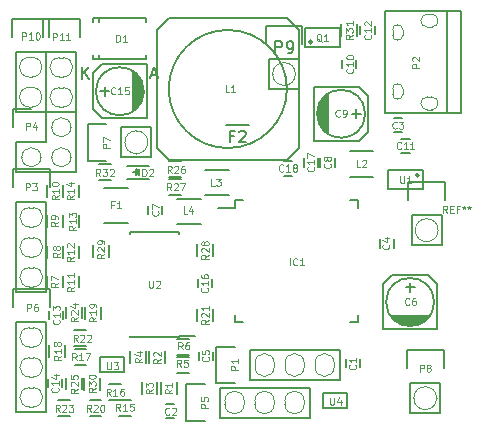
<source format=gbr>
G04 #@! TF.FileFunction,Drawing*
%FSLAX46Y46*%
G04 Gerber Fmt 4.6, Leading zero omitted, Abs format (unit mm)*
G04 Created by KiCad (PCBNEW 4.0.4-stable) date 05/09/17 17:15:03*
%MOMM*%
%LPD*%
G01*
G04 APERTURE LIST*
%ADD10C,0.100000*%
%ADD11C,0.150000*%
G04 APERTURE END LIST*
D10*
D11*
X103187500Y-122364500D02*
X103187500Y-123126500D01*
X102806500Y-122745500D02*
X103568500Y-122745500D01*
X105473500Y-122491500D02*
X105473500Y-126301500D01*
X101663500Y-121729500D02*
X104711500Y-121729500D01*
X105473500Y-122491500D02*
X104711500Y-121729500D01*
X100901500Y-122491500D02*
X100901500Y-126301500D01*
X100901500Y-122491500D02*
X101663500Y-121729500D01*
X103314500Y-126047500D02*
X103060500Y-126047500D01*
X102552500Y-125920500D02*
X103822500Y-125920500D01*
X104076500Y-125793500D02*
X102298500Y-125793500D01*
X104330500Y-125666500D02*
X102044500Y-125666500D01*
X101917500Y-125539500D02*
X104457500Y-125539500D01*
X104584500Y-125412500D02*
X101790500Y-125412500D01*
X101663500Y-125285500D02*
X104711500Y-125285500D01*
X101536500Y-125158500D02*
X104838500Y-125158500D01*
X100901500Y-126301500D02*
X105473500Y-126301500D01*
X105219500Y-124015500D02*
G75*
G03X105219500Y-124015500I-2032000J0D01*
G01*
X88398600Y-115398800D02*
X88398600Y-116068800D01*
X98748600Y-115398800D02*
X98748600Y-116068800D01*
X98748600Y-125748800D02*
X98748600Y-125078800D01*
X88398600Y-125748800D02*
X88398600Y-125078800D01*
X88398600Y-115398800D02*
X89068600Y-115398800D01*
X88398600Y-125748800D02*
X89068600Y-125748800D01*
X98748600Y-125748800D02*
X98078600Y-125748800D01*
X98748600Y-115398800D02*
X98078600Y-115398800D01*
X88398600Y-116068800D02*
X86923600Y-116068800D01*
X107512960Y-108046400D02*
X107512960Y-99346400D01*
X101107960Y-108046400D02*
X101107960Y-99346400D01*
X101107960Y-99346400D02*
X107512960Y-99346400D01*
X106282960Y-99346400D02*
X106282960Y-108046400D01*
X107512960Y-108046400D02*
X101107960Y-108046400D01*
X89598500Y-130619500D02*
X97218500Y-130619500D01*
X89598500Y-128079500D02*
X97218500Y-128079500D01*
X86778500Y-127799500D02*
X88328500Y-127799500D01*
X97218500Y-130619500D02*
X97218500Y-128079500D01*
X89598500Y-128079500D02*
X89598500Y-130619500D01*
X88328500Y-130899500D02*
X86778500Y-130899500D01*
X86778500Y-130899500D02*
X86778500Y-127799500D01*
X98974200Y-128859800D02*
X98974200Y-129559800D01*
X97774200Y-129559800D02*
X97774200Y-128859800D01*
X83230200Y-133873800D02*
X82530200Y-133873800D01*
X82530200Y-132673800D02*
X83230200Y-132673800D01*
X101821500Y-108429500D02*
X102521500Y-108429500D01*
X102521500Y-109629500D02*
X101821500Y-109629500D01*
X101819000Y-118712500D02*
X101819000Y-119412500D01*
X100619000Y-119412500D02*
X100619000Y-118712500D01*
X85315500Y-128912100D02*
X85315500Y-128212100D01*
X86515500Y-128212100D02*
X86515500Y-128912100D01*
X82197500Y-115855000D02*
X82197500Y-116555000D01*
X80997500Y-116555000D02*
X80997500Y-115855000D01*
X96802500Y-111854500D02*
X96802500Y-112554500D01*
X95602500Y-112554500D02*
X95602500Y-111854500D01*
X98996500Y-108077000D02*
X98234500Y-108077000D01*
X98615500Y-107696000D02*
X98615500Y-108458000D01*
X98869500Y-110363000D02*
X95059500Y-110363000D01*
X99631500Y-106553000D02*
X99631500Y-109601000D01*
X98869500Y-110363000D02*
X99631500Y-109601000D01*
X98869500Y-105791000D02*
X95059500Y-105791000D01*
X98869500Y-105791000D02*
X99631500Y-106553000D01*
X95313500Y-108204000D02*
X95313500Y-107950000D01*
X95440500Y-107442000D02*
X95440500Y-108712000D01*
X95567500Y-108966000D02*
X95567500Y-107188000D01*
X95694500Y-109220000D02*
X95694500Y-106934000D01*
X95821500Y-106807000D02*
X95821500Y-109347000D01*
X95948500Y-109474000D02*
X95948500Y-106680000D01*
X96075500Y-106553000D02*
X96075500Y-109601000D01*
X96202500Y-106426000D02*
X96202500Y-109728000D01*
X95059500Y-105791000D02*
X95059500Y-110363000D01*
X99377500Y-108077000D02*
G75*
G03X99377500Y-108077000I-2032000J0D01*
G01*
X98644000Y-103536000D02*
X98644000Y-104236000D01*
X97444000Y-104236000D02*
X97444000Y-103536000D01*
X102456500Y-110207500D02*
X103156500Y-110207500D01*
X103156500Y-111407500D02*
X102456500Y-111407500D01*
X72615500Y-125445000D02*
X72615500Y-124745000D01*
X73815500Y-124745000D02*
X73815500Y-125445000D01*
X72552000Y-131210800D02*
X72552000Y-130510800D01*
X73752000Y-130510800D02*
X73752000Y-131210800D01*
X76962000Y-106172000D02*
X77724000Y-106172000D01*
X77343000Y-106553000D02*
X77343000Y-105791000D01*
X77089000Y-103886000D02*
X80899000Y-103886000D01*
X76327000Y-107696000D02*
X76327000Y-104648000D01*
X77089000Y-103886000D02*
X76327000Y-104648000D01*
X77089000Y-108458000D02*
X80899000Y-108458000D01*
X77089000Y-108458000D02*
X76327000Y-107696000D01*
X80645000Y-106045000D02*
X80645000Y-106299000D01*
X80518000Y-106807000D02*
X80518000Y-105537000D01*
X80391000Y-105283000D02*
X80391000Y-107061000D01*
X80264000Y-105029000D02*
X80264000Y-107315000D01*
X80137000Y-107442000D02*
X80137000Y-104902000D01*
X80010000Y-104775000D02*
X80010000Y-107569000D01*
X79883000Y-107696000D02*
X79883000Y-104648000D01*
X79756000Y-107823000D02*
X79756000Y-104521000D01*
X80899000Y-108458000D02*
X80899000Y-103886000D01*
X80645000Y-106172000D02*
G75*
G03X80645000Y-106172000I-2032000J0D01*
G01*
X85252000Y-122778000D02*
X85252000Y-122078000D01*
X86452000Y-122078000D02*
X86452000Y-122778000D01*
X95405500Y-111854500D02*
X95405500Y-112554500D01*
X94205500Y-112554500D02*
X94205500Y-111854500D01*
X92487000Y-112112500D02*
X93187000Y-112112500D01*
X93187000Y-113312500D02*
X92487000Y-113312500D01*
X76813860Y-103477060D02*
X76813860Y-103126540D01*
X76813860Y-99976940D02*
X76813860Y-100327460D01*
X80863440Y-103477060D02*
X80863440Y-103126540D01*
X76362560Y-103477060D02*
X76362560Y-103126540D01*
X76362560Y-99976940D02*
X76362560Y-100327460D01*
X80863440Y-99976940D02*
X80863440Y-100327460D01*
X76362560Y-103477060D02*
X80863440Y-103477060D01*
X76362560Y-99976940D02*
X80863440Y-99976940D01*
X81110000Y-112480000D02*
X79210000Y-112480000D01*
X81110000Y-113580000D02*
X79210000Y-113580000D01*
X80210000Y-113030000D02*
X79760000Y-113030000D01*
X80260000Y-113280000D02*
X80260000Y-112780000D01*
X80260000Y-113030000D02*
X80010000Y-113280000D01*
X80010000Y-113280000D02*
X80010000Y-112780000D01*
X80010000Y-112780000D02*
X80260000Y-113030000D01*
X79308200Y-114349000D02*
X77308200Y-114349000D01*
X77308200Y-117299000D02*
X79308200Y-117299000D01*
X98072700Y-111243800D02*
X100072700Y-111243800D01*
X100072700Y-113393800D02*
X98072700Y-113393800D01*
X85868000Y-112844000D02*
X87868000Y-112844000D01*
X87868000Y-114994000D02*
X85868000Y-114994000D01*
X85455000Y-117407000D02*
X83455000Y-117407000D01*
X83455000Y-115257000D02*
X85455000Y-115257000D01*
X69850000Y-115570000D02*
X69850000Y-123190000D01*
X72390000Y-115570000D02*
X72390000Y-123190000D01*
X72670000Y-112750000D02*
X72670000Y-114300000D01*
X69850000Y-123190000D02*
X72390000Y-123190000D01*
X72390000Y-115570000D02*
X69850000Y-115570000D01*
X69570000Y-114300000D02*
X69570000Y-112750000D01*
X69570000Y-112750000D02*
X72670000Y-112750000D01*
X69570000Y-109220000D02*
X69570000Y-107670000D01*
X71120000Y-107670000D02*
X69570000Y-107670000D01*
X69850000Y-110490000D02*
X72390000Y-110490000D01*
X72390000Y-110490000D02*
X72390000Y-107950000D01*
X72390000Y-107950000D02*
X74930000Y-107950000D01*
X74930000Y-107950000D02*
X74930000Y-113030000D01*
X74930000Y-113030000D02*
X69850000Y-113030000D01*
X69850000Y-113030000D02*
X69850000Y-110490000D01*
X87058500Y-133794500D02*
X94678500Y-133794500D01*
X87058500Y-131254500D02*
X94678500Y-131254500D01*
X84238500Y-130974500D02*
X85788500Y-130974500D01*
X94678500Y-133794500D02*
X94678500Y-131254500D01*
X87058500Y-131254500D02*
X87058500Y-133794500D01*
X85788500Y-134074500D02*
X84238500Y-134074500D01*
X84238500Y-134074500D02*
X84238500Y-130974500D01*
X69850000Y-125730000D02*
X69850000Y-133350000D01*
X72390000Y-125730000D02*
X72390000Y-133350000D01*
X72670000Y-122910000D02*
X72670000Y-124460000D01*
X69850000Y-133350000D02*
X72390000Y-133350000D01*
X72390000Y-125730000D02*
X69850000Y-125730000D01*
X69570000Y-124460000D02*
X69570000Y-122910000D01*
X69570000Y-122910000D02*
X72670000Y-122910000D01*
X78740000Y-109220000D02*
X81280000Y-109220000D01*
X75920000Y-108940000D02*
X77470000Y-108940000D01*
X78740000Y-109220000D02*
X78740000Y-111760000D01*
X77470000Y-112040000D02*
X75920000Y-112040000D01*
X75920000Y-112040000D02*
X75920000Y-108940000D01*
X78740000Y-111760000D02*
X81280000Y-111760000D01*
X81280000Y-111760000D02*
X81280000Y-109220000D01*
X105740200Y-130886200D02*
X105740200Y-133426200D01*
X106020200Y-128066200D02*
X106020200Y-129616200D01*
X105740200Y-130886200D02*
X103200200Y-130886200D01*
X102920200Y-129616200D02*
X102920200Y-128066200D01*
X102920200Y-128066200D02*
X106020200Y-128066200D01*
X103200200Y-130886200D02*
X103200200Y-133426200D01*
X103200200Y-133426200D02*
X105740200Y-133426200D01*
X69799200Y-102857300D02*
X69799200Y-107937300D01*
X69799200Y-107937300D02*
X72339200Y-107937300D01*
X72339200Y-107937300D02*
X72339200Y-102857300D01*
X72619200Y-100037300D02*
X72619200Y-101587300D01*
X72339200Y-102857300D02*
X69799200Y-102857300D01*
X69519200Y-101587300D02*
X69519200Y-100037300D01*
X69519200Y-100037300D02*
X72619200Y-100037300D01*
X72390000Y-102870000D02*
X72390000Y-107950000D01*
X72390000Y-107950000D02*
X74930000Y-107950000D01*
X74930000Y-107950000D02*
X74930000Y-102870000D01*
X75210000Y-100050000D02*
X75210000Y-101600000D01*
X74930000Y-102870000D02*
X72390000Y-102870000D01*
X72110000Y-101600000D02*
X72110000Y-100050000D01*
X72110000Y-100050000D02*
X75210000Y-100050000D01*
X94899421Y-102000000D02*
G75*
G03X94899421Y-102000000I-141421J0D01*
G01*
X97258000Y-102400000D02*
X97258000Y-100800000D01*
X97258000Y-100800000D02*
X94258000Y-100800000D01*
X94258000Y-100800000D02*
X94258000Y-102400000D01*
X94258000Y-102400000D02*
X97258000Y-102400000D01*
X83428200Y-130818000D02*
X83428200Y-131818000D01*
X82078200Y-131818000D02*
X82078200Y-130818000D01*
X81113000Y-129201800D02*
X81113000Y-128201800D01*
X82463000Y-128201800D02*
X82463000Y-129201800D01*
X81802600Y-130818000D02*
X81802600Y-131818000D01*
X80452600Y-131818000D02*
X80452600Y-130818000D01*
X80862800Y-128201800D02*
X80862800Y-129201800D01*
X79512800Y-129201800D02*
X79512800Y-128201800D01*
X83434300Y-128649100D02*
X84434300Y-128649100D01*
X84434300Y-129999100D02*
X83434300Y-129999100D01*
X83434300Y-127175900D02*
X84434300Y-127175900D01*
X84434300Y-128525900D02*
X83434300Y-128525900D01*
X72426200Y-122775600D02*
X72426200Y-121775600D01*
X73776200Y-121775600D02*
X73776200Y-122775600D01*
X72426200Y-120261000D02*
X72426200Y-119261000D01*
X73776200Y-119261000D02*
X73776200Y-120261000D01*
X72426200Y-117670200D02*
X72426200Y-116670200D01*
X73776200Y-116670200D02*
X73776200Y-117670200D01*
X72426200Y-115130200D02*
X72426200Y-114130200D01*
X73776200Y-114130200D02*
X73776200Y-115130200D01*
X75173200Y-121775600D02*
X75173200Y-122775600D01*
X73823200Y-122775600D02*
X73823200Y-121775600D01*
X75173200Y-119261000D02*
X75173200Y-120261000D01*
X73823200Y-120261000D02*
X73823200Y-119261000D01*
X75173200Y-116670200D02*
X75173200Y-117670200D01*
X73823200Y-117670200D02*
X73823200Y-116670200D01*
X75173200Y-114130200D02*
X75173200Y-115130200D01*
X73823200Y-115130200D02*
X73823200Y-114130200D01*
X79570200Y-133669400D02*
X78570200Y-133669400D01*
X78570200Y-132319400D02*
X79570200Y-132319400D01*
X78732000Y-132348600D02*
X77732000Y-132348600D01*
X77732000Y-130998600D02*
X78732000Y-130998600D01*
X75785600Y-129351400D02*
X74785600Y-129351400D01*
X74785600Y-128001400D02*
X75785600Y-128001400D01*
X72629400Y-128668400D02*
X72629400Y-127668400D01*
X73979400Y-127668400D02*
X73979400Y-128668400D01*
X77002000Y-124468000D02*
X77002000Y-125468000D01*
X75652000Y-125468000D02*
X75652000Y-124468000D01*
X77055600Y-133669400D02*
X76055600Y-133669400D01*
X76055600Y-132319400D02*
X77055600Y-132319400D01*
X85177000Y-125595000D02*
X85177000Y-124595000D01*
X86527000Y-124595000D02*
X86527000Y-125595000D01*
X75747500Y-127738500D02*
X74747500Y-127738500D01*
X74747500Y-126388500D02*
X75747500Y-126388500D01*
X74414000Y-133669400D02*
X73414000Y-133669400D01*
X73414000Y-132319400D02*
X74414000Y-132319400D01*
X74064500Y-125404500D02*
X74064500Y-124404500D01*
X75414500Y-124404500D02*
X75414500Y-125404500D01*
X74051800Y-131411600D02*
X74051800Y-130411600D01*
X75401800Y-130411600D02*
X75401800Y-131411600D01*
X83812000Y-113451000D02*
X82812000Y-113451000D01*
X82812000Y-112101000D02*
X83812000Y-112101000D01*
X82812000Y-113625000D02*
X83812000Y-113625000D01*
X83812000Y-114975000D02*
X82812000Y-114975000D01*
X86501600Y-119134000D02*
X86501600Y-120134000D01*
X85151600Y-120134000D02*
X85151600Y-119134000D01*
X76350500Y-120197500D02*
X76350500Y-119197500D01*
X77700500Y-119197500D02*
X77700500Y-120197500D01*
X75575800Y-131462400D02*
X75575800Y-130462400D01*
X76925800Y-130462400D02*
X76925800Y-131462400D01*
X97381700Y-101515800D02*
X97381700Y-100515800D01*
X98731700Y-100515800D02*
X98731700Y-101515800D01*
X77843000Y-113705000D02*
X76843000Y-113705000D01*
X76843000Y-112355000D02*
X77843000Y-112355000D01*
X103947921Y-113265000D02*
G75*
G03X103947921Y-113265000I-141421J0D01*
G01*
X101306500Y-112865000D02*
X101306500Y-114465000D01*
X101306500Y-114465000D02*
X104306500Y-114465000D01*
X104306500Y-114465000D02*
X104306500Y-112865000D01*
X104306500Y-112865000D02*
X101306500Y-112865000D01*
X83609000Y-127005000D02*
X83609000Y-126890000D01*
X79459000Y-127005000D02*
X79459000Y-126890000D01*
X79459000Y-118105000D02*
X79459000Y-118220000D01*
X83609000Y-118105000D02*
X83609000Y-118220000D01*
X83609000Y-127005000D02*
X79459000Y-127005000D01*
X83609000Y-118105000D02*
X79459000Y-118105000D01*
X83609000Y-126890000D02*
X84984000Y-126890000D01*
X76962000Y-129971800D02*
X78994000Y-129971800D01*
X78994000Y-129971800D02*
X78994000Y-128701800D01*
X78994000Y-128701800D02*
X76962000Y-128701800D01*
X76962000Y-128701800D02*
X76962000Y-129971800D01*
X97866200Y-131749800D02*
X95834200Y-131749800D01*
X95834200Y-131749800D02*
X95834200Y-133019800D01*
X95834200Y-133019800D02*
X97866200Y-133019800D01*
X97866200Y-133019800D02*
X97866200Y-131749800D01*
X105867200Y-116662200D02*
X105867200Y-119202200D01*
X106147200Y-113842200D02*
X106147200Y-115392200D01*
X105867200Y-116662200D02*
X103327200Y-116662200D01*
X103047200Y-115392200D02*
X103047200Y-113842200D01*
X103047200Y-113842200D02*
X106147200Y-113842200D01*
X103327200Y-116662200D02*
X103327200Y-119202200D01*
X103327200Y-119202200D02*
X105867200Y-119202200D01*
X100180700Y-100665800D02*
X100180700Y-101365800D01*
X98980700Y-101365800D02*
X98980700Y-100665800D01*
X87569800Y-112015800D02*
X89569800Y-112015800D01*
X89569800Y-109065800D02*
X87569800Y-109065800D01*
X92758260Y-105981500D02*
G75*
G03X92758260Y-105981500I-5001260J0D01*
G01*
X87757000Y-99982020D02*
X92758260Y-99982020D01*
X92758260Y-99982020D02*
X93756480Y-100980240D01*
X93756480Y-100980240D02*
X93756480Y-110982760D01*
X93756480Y-110982760D02*
X92758260Y-111980980D01*
X92758260Y-111980980D02*
X82755740Y-111980980D01*
X82755740Y-111980980D02*
X81757520Y-110982760D01*
X81757520Y-110982760D02*
X81757520Y-100980240D01*
X81757520Y-100980240D02*
X82755740Y-99982020D01*
X82755740Y-99982020D02*
X87757000Y-99982020D01*
X93789500Y-103441500D02*
X93789500Y-105981500D01*
X94069500Y-100621500D02*
X94069500Y-102171500D01*
X93789500Y-103441500D02*
X91249500Y-103441500D01*
X90969500Y-102171500D02*
X90969500Y-100621500D01*
X90969500Y-100621500D02*
X94069500Y-100621500D01*
X91249500Y-103441500D02*
X91249500Y-105981500D01*
X91249500Y-105981500D02*
X93789500Y-105981500D01*
D10*
X102557960Y-106421400D02*
X102557960Y-105971400D01*
X101707960Y-106421400D02*
X101707960Y-105971400D01*
X102557960Y-105971400D02*
G75*
G03X101707960Y-105971400I-425000J0D01*
G01*
X101707960Y-106421400D02*
G75*
G03X102557960Y-106421400I425000J0D01*
G01*
X102557960Y-101421400D02*
X102557960Y-100971400D01*
X101707960Y-101421400D02*
X101707960Y-100971400D01*
X102557960Y-100971400D02*
G75*
G03X101707960Y-100971400I-425000J0D01*
G01*
X101707960Y-101421400D02*
G75*
G03X102557960Y-101421400I425000J0D01*
G01*
X105007960Y-106646400D02*
X104657960Y-106646400D01*
X105007960Y-107746400D02*
X104657960Y-107746400D01*
X104657960Y-106646400D02*
G75*
G03X104657960Y-107746400I0J-550000D01*
G01*
X105007960Y-107746400D02*
G75*
G03X105007960Y-106646400I0J550000D01*
G01*
X105007960Y-99646400D02*
X104657960Y-99646400D01*
X105007960Y-100746400D02*
X104657960Y-100746400D01*
X104657960Y-99646400D02*
G75*
G03X104657960Y-100746400I0J-550000D01*
G01*
X105007960Y-100746400D02*
G75*
G03X105007960Y-99646400I0J550000D01*
G01*
X91682100Y-129501900D02*
X91682100Y-129197100D01*
X90054900Y-129501900D02*
X90054900Y-129197100D01*
X91682100Y-129197100D02*
G75*
G03X90054900Y-129197100I-813600J0D01*
G01*
X90054900Y-129501900D02*
G75*
G03X91682100Y-129501900I813600J0D01*
G01*
X94222100Y-129501900D02*
X94222100Y-129197100D01*
X92594900Y-129501900D02*
X92594900Y-129197100D01*
X94222100Y-129197100D02*
G75*
G03X92594900Y-129197100I-813600J0D01*
G01*
X92594900Y-129501900D02*
G75*
G03X94222100Y-129501900I813600J0D01*
G01*
X96762100Y-129501900D02*
X96762100Y-129197100D01*
X95134900Y-129501900D02*
X95134900Y-129197100D01*
X96762100Y-129197100D02*
G75*
G03X95134900Y-129197100I-813600J0D01*
G01*
X95134900Y-129501900D02*
G75*
G03X96762100Y-129501900I813600J0D01*
G01*
X70967600Y-117653600D02*
X71272400Y-117653600D01*
X70967600Y-116026400D02*
X71272400Y-116026400D01*
X71272400Y-117653600D02*
G75*
G03X71272400Y-116026400I0J813600D01*
G01*
X70967600Y-116026400D02*
G75*
G03X70967600Y-117653600I0J-813600D01*
G01*
X70967600Y-120193600D02*
X71272400Y-120193600D01*
X70967600Y-118566400D02*
X71272400Y-118566400D01*
X71272400Y-120193600D02*
G75*
G03X71272400Y-118566400I0J813600D01*
G01*
X70967600Y-118566400D02*
G75*
G03X70967600Y-120193600I0J-813600D01*
G01*
X70967600Y-122733600D02*
X71272400Y-122733600D01*
X70967600Y-121106400D02*
X71272400Y-121106400D01*
X71272400Y-122733600D02*
G75*
G03X71272400Y-121106400I0J813600D01*
G01*
X70967600Y-121106400D02*
G75*
G03X70967600Y-122733600I0J-813600D01*
G01*
X72846400Y-109220000D02*
X72846400Y-109220000D01*
X74473600Y-109220000D02*
X74473600Y-109220000D01*
X72846400Y-109220000D02*
G75*
G03X74473600Y-109220000I813600J0D01*
G01*
X74473600Y-109220000D02*
G75*
G03X72846400Y-109220000I-813600J0D01*
G01*
X70306400Y-111760000D02*
X70306400Y-111760000D01*
X71933600Y-111760000D02*
X71933600Y-111760000D01*
X70306400Y-111760000D02*
G75*
G03X71933600Y-111760000I813600J0D01*
G01*
X71933600Y-111760000D02*
G75*
G03X70306400Y-111760000I-813600J0D01*
G01*
X72846400Y-111760000D02*
X72846400Y-111760000D01*
X74473600Y-111760000D02*
X74473600Y-111760000D01*
X72846400Y-111760000D02*
G75*
G03X74473600Y-111760000I813600J0D01*
G01*
X74473600Y-111760000D02*
G75*
G03X72846400Y-111760000I-813600J0D01*
G01*
X89142100Y-132676900D02*
X89142100Y-132372100D01*
X87514900Y-132676900D02*
X87514900Y-132372100D01*
X89142100Y-132372100D02*
G75*
G03X87514900Y-132372100I-813600J0D01*
G01*
X87514900Y-132676900D02*
G75*
G03X89142100Y-132676900I813600J0D01*
G01*
X91682100Y-132676900D02*
X91682100Y-132372100D01*
X90054900Y-132676900D02*
X90054900Y-132372100D01*
X91682100Y-132372100D02*
G75*
G03X90054900Y-132372100I-813600J0D01*
G01*
X90054900Y-132676900D02*
G75*
G03X91682100Y-132676900I813600J0D01*
G01*
X94222100Y-132676900D02*
X94222100Y-132372100D01*
X92594900Y-132676900D02*
X92594900Y-132372100D01*
X94222100Y-132372100D02*
G75*
G03X92594900Y-132372100I-813600J0D01*
G01*
X92594900Y-132676900D02*
G75*
G03X94222100Y-132676900I813600J0D01*
G01*
X70967600Y-127813600D02*
X71272400Y-127813600D01*
X70967600Y-126186400D02*
X71272400Y-126186400D01*
X71272400Y-127813600D02*
G75*
G03X71272400Y-126186400I0J813600D01*
G01*
X70967600Y-126186400D02*
G75*
G03X70967600Y-127813600I0J-813600D01*
G01*
X70967600Y-130353600D02*
X71272400Y-130353600D01*
X70967600Y-128726400D02*
X71272400Y-128726400D01*
X71272400Y-130353600D02*
G75*
G03X71272400Y-128726400I0J813600D01*
G01*
X70967600Y-128726400D02*
G75*
G03X70967600Y-130353600I0J-813600D01*
G01*
X70967600Y-132893600D02*
X71272400Y-132893600D01*
X70967600Y-131266400D02*
X71272400Y-131266400D01*
X71272400Y-132893600D02*
G75*
G03X71272400Y-131266400I0J813600D01*
G01*
X70967600Y-131266400D02*
G75*
G03X70967600Y-132893600I0J-813600D01*
G01*
X80010000Y-111456000D02*
X80010000Y-111456000D01*
X80010000Y-109524000D02*
X80010000Y-109524000D01*
X80010000Y-111456000D02*
G75*
G03X80010000Y-109524000I0J966000D01*
G01*
X80010000Y-109524000D02*
G75*
G03X80010000Y-111456000I0J-966000D01*
G01*
X103504200Y-132156200D02*
X103504200Y-132156200D01*
X105436200Y-132156200D02*
X105436200Y-132156200D01*
X103504200Y-132156200D02*
G75*
G03X105436200Y-132156200I966000J0D01*
G01*
X105436200Y-132156200D02*
G75*
G03X103504200Y-132156200I-966000J0D01*
G01*
X70916800Y-104940900D02*
X71221600Y-104940900D01*
X70916800Y-103313700D02*
X71221600Y-103313700D01*
X71221600Y-104940900D02*
G75*
G03X71221600Y-103313700I0J813600D01*
G01*
X70916800Y-103313700D02*
G75*
G03X70916800Y-104940900I0J-813600D01*
G01*
X70916800Y-107480900D02*
X71221600Y-107480900D01*
X70916800Y-105853700D02*
X71221600Y-105853700D01*
X71221600Y-107480900D02*
G75*
G03X71221600Y-105853700I0J813600D01*
G01*
X70916800Y-105853700D02*
G75*
G03X70916800Y-107480900I0J-813600D01*
G01*
X73507600Y-104953600D02*
X73812400Y-104953600D01*
X73507600Y-103326400D02*
X73812400Y-103326400D01*
X73812400Y-104953600D02*
G75*
G03X73812400Y-103326400I0J813600D01*
G01*
X73507600Y-103326400D02*
G75*
G03X73507600Y-104953600I0J-813600D01*
G01*
X73507600Y-107493600D02*
X73812400Y-107493600D01*
X73507600Y-105866400D02*
X73812400Y-105866400D01*
X73812400Y-107493600D02*
G75*
G03X73812400Y-105866400I0J813600D01*
G01*
X73507600Y-105866400D02*
G75*
G03X73507600Y-107493600I0J-813600D01*
G01*
X103631200Y-117932200D02*
X103631200Y-117932200D01*
X105563200Y-117932200D02*
X105563200Y-117932200D01*
X103631200Y-117932200D02*
G75*
G03X105563200Y-117932200I966000J0D01*
G01*
X105563200Y-117932200D02*
G75*
G03X103631200Y-117932200I-966000J0D01*
G01*
X91553500Y-104711500D02*
X91553500Y-104711500D01*
X93485500Y-104711500D02*
X93485500Y-104711500D01*
X91553500Y-104711500D02*
G75*
G03X93485500Y-104711500I966000J0D01*
G01*
X93485500Y-104711500D02*
G75*
G03X91553500Y-104711500I-966000J0D01*
G01*
X103125600Y-124217086D02*
X103097029Y-124245657D01*
X103011315Y-124274229D01*
X102954172Y-124274229D01*
X102868457Y-124245657D01*
X102811315Y-124188514D01*
X102782743Y-124131371D01*
X102754172Y-124017086D01*
X102754172Y-123931371D01*
X102782743Y-123817086D01*
X102811315Y-123759943D01*
X102868457Y-123702800D01*
X102954172Y-123674229D01*
X103011315Y-123674229D01*
X103097029Y-123702800D01*
X103125600Y-123731371D01*
X103639886Y-123674229D02*
X103525600Y-123674229D01*
X103468457Y-123702800D01*
X103439886Y-123731371D01*
X103382743Y-123817086D01*
X103354172Y-123931371D01*
X103354172Y-124159943D01*
X103382743Y-124217086D01*
X103411315Y-124245657D01*
X103468457Y-124274229D01*
X103582743Y-124274229D01*
X103639886Y-124245657D01*
X103668457Y-124217086D01*
X103697029Y-124159943D01*
X103697029Y-124017086D01*
X103668457Y-123959943D01*
X103639886Y-123931371D01*
X103582743Y-123902800D01*
X103468457Y-123902800D01*
X103411315Y-123931371D01*
X103382743Y-123959943D01*
X103354172Y-124017086D01*
X93025986Y-120908729D02*
X93025986Y-120308729D01*
X93654557Y-120851586D02*
X93625986Y-120880157D01*
X93540272Y-120908729D01*
X93483129Y-120908729D01*
X93397414Y-120880157D01*
X93340272Y-120823014D01*
X93311700Y-120765871D01*
X93283129Y-120651586D01*
X93283129Y-120565871D01*
X93311700Y-120451586D01*
X93340272Y-120394443D01*
X93397414Y-120337300D01*
X93483129Y-120308729D01*
X93540272Y-120308729D01*
X93625986Y-120337300D01*
X93654557Y-120365871D01*
X94225986Y-120908729D02*
X93883129Y-120908729D01*
X94054557Y-120908729D02*
X94054557Y-120308729D01*
X93997414Y-120394443D01*
X93940272Y-120451586D01*
X93883129Y-120480157D01*
X103979629Y-104189157D02*
X103379629Y-104189157D01*
X103379629Y-103960585D01*
X103408200Y-103903443D01*
X103436771Y-103874871D01*
X103493914Y-103846300D01*
X103579629Y-103846300D01*
X103636771Y-103874871D01*
X103665343Y-103903443D01*
X103693914Y-103960585D01*
X103693914Y-104189157D01*
X103436771Y-103617728D02*
X103408200Y-103589157D01*
X103379629Y-103532014D01*
X103379629Y-103389157D01*
X103408200Y-103332014D01*
X103436771Y-103303443D01*
X103493914Y-103274871D01*
X103551057Y-103274871D01*
X103636771Y-103303443D01*
X103979629Y-103646300D01*
X103979629Y-103274871D01*
X88612629Y-129779657D02*
X88012629Y-129779657D01*
X88012629Y-129551085D01*
X88041200Y-129493943D01*
X88069771Y-129465371D01*
X88126914Y-129436800D01*
X88212629Y-129436800D01*
X88269771Y-129465371D01*
X88298343Y-129493943D01*
X88326914Y-129551085D01*
X88326914Y-129779657D01*
X88612629Y-128865371D02*
X88612629Y-129208228D01*
X88612629Y-129036800D02*
X88012629Y-129036800D01*
X88098343Y-129093943D01*
X88155486Y-129151085D01*
X88184057Y-129208228D01*
X98563086Y-129335200D02*
X98591657Y-129363771D01*
X98620229Y-129449485D01*
X98620229Y-129506628D01*
X98591657Y-129592343D01*
X98534514Y-129649485D01*
X98477371Y-129678057D01*
X98363086Y-129706628D01*
X98277371Y-129706628D01*
X98163086Y-129678057D01*
X98105943Y-129649485D01*
X98048800Y-129592343D01*
X98020229Y-129506628D01*
X98020229Y-129449485D01*
X98048800Y-129363771D01*
X98077371Y-129335200D01*
X98620229Y-128763771D02*
X98620229Y-129106628D01*
X98620229Y-128935200D02*
X98020229Y-128935200D01*
X98105943Y-128992343D01*
X98163086Y-129049485D01*
X98191657Y-129106628D01*
X82805600Y-133513486D02*
X82777029Y-133542057D01*
X82691315Y-133570629D01*
X82634172Y-133570629D01*
X82548457Y-133542057D01*
X82491315Y-133484914D01*
X82462743Y-133427771D01*
X82434172Y-133313486D01*
X82434172Y-133227771D01*
X82462743Y-133113486D01*
X82491315Y-133056343D01*
X82548457Y-132999200D01*
X82634172Y-132970629D01*
X82691315Y-132970629D01*
X82777029Y-132999200D01*
X82805600Y-133027771D01*
X83034172Y-133027771D02*
X83062743Y-132999200D01*
X83119886Y-132970629D01*
X83262743Y-132970629D01*
X83319886Y-132999200D01*
X83348457Y-133027771D01*
X83377029Y-133084914D01*
X83377029Y-133142057D01*
X83348457Y-133227771D01*
X83005600Y-133570629D01*
X83377029Y-133570629D01*
X102058800Y-109281886D02*
X102030229Y-109310457D01*
X101944515Y-109339029D01*
X101887372Y-109339029D01*
X101801657Y-109310457D01*
X101744515Y-109253314D01*
X101715943Y-109196171D01*
X101687372Y-109081886D01*
X101687372Y-108996171D01*
X101715943Y-108881886D01*
X101744515Y-108824743D01*
X101801657Y-108767600D01*
X101887372Y-108739029D01*
X101944515Y-108739029D01*
X102030229Y-108767600D01*
X102058800Y-108796171D01*
X102258800Y-108739029D02*
X102630229Y-108739029D01*
X102430229Y-108967600D01*
X102515943Y-108967600D01*
X102573086Y-108996171D01*
X102601657Y-109024743D01*
X102630229Y-109081886D01*
X102630229Y-109224743D01*
X102601657Y-109281886D01*
X102573086Y-109310457D01*
X102515943Y-109339029D01*
X102344515Y-109339029D01*
X102287372Y-109310457D01*
X102258800Y-109281886D01*
X101382486Y-119149800D02*
X101411057Y-119178371D01*
X101439629Y-119264085D01*
X101439629Y-119321228D01*
X101411057Y-119406943D01*
X101353914Y-119464085D01*
X101296771Y-119492657D01*
X101182486Y-119521228D01*
X101096771Y-119521228D01*
X100982486Y-119492657D01*
X100925343Y-119464085D01*
X100868200Y-119406943D01*
X100839629Y-119321228D01*
X100839629Y-119264085D01*
X100868200Y-119178371D01*
X100896771Y-119149800D01*
X101039629Y-118635514D02*
X101439629Y-118635514D01*
X100811057Y-118778371D02*
X101239629Y-118921228D01*
X101239629Y-118549800D01*
X86117086Y-128674800D02*
X86145657Y-128703371D01*
X86174229Y-128789085D01*
X86174229Y-128846228D01*
X86145657Y-128931943D01*
X86088514Y-128989085D01*
X86031371Y-129017657D01*
X85917086Y-129046228D01*
X85831371Y-129046228D01*
X85717086Y-129017657D01*
X85659943Y-128989085D01*
X85602800Y-128931943D01*
X85574229Y-128846228D01*
X85574229Y-128789085D01*
X85602800Y-128703371D01*
X85631371Y-128674800D01*
X85574229Y-128131943D02*
X85574229Y-128417657D01*
X85859943Y-128446228D01*
X85831371Y-128417657D01*
X85802800Y-128360514D01*
X85802800Y-128217657D01*
X85831371Y-128160514D01*
X85859943Y-128131943D01*
X85917086Y-128103371D01*
X86059943Y-128103371D01*
X86117086Y-128131943D01*
X86145657Y-128160514D01*
X86174229Y-128217657D01*
X86174229Y-128360514D01*
X86145657Y-128417657D01*
X86117086Y-128446228D01*
X81849886Y-116330400D02*
X81878457Y-116358971D01*
X81907029Y-116444685D01*
X81907029Y-116501828D01*
X81878457Y-116587543D01*
X81821314Y-116644685D01*
X81764171Y-116673257D01*
X81649886Y-116701828D01*
X81564171Y-116701828D01*
X81449886Y-116673257D01*
X81392743Y-116644685D01*
X81335600Y-116587543D01*
X81307029Y-116501828D01*
X81307029Y-116444685D01*
X81335600Y-116358971D01*
X81364171Y-116330400D01*
X81307029Y-116130400D02*
X81307029Y-115730400D01*
X81907029Y-115987543D01*
X96429486Y-112291800D02*
X96458057Y-112320371D01*
X96486629Y-112406085D01*
X96486629Y-112463228D01*
X96458057Y-112548943D01*
X96400914Y-112606085D01*
X96343771Y-112634657D01*
X96229486Y-112663228D01*
X96143771Y-112663228D01*
X96029486Y-112634657D01*
X95972343Y-112606085D01*
X95915200Y-112548943D01*
X95886629Y-112463228D01*
X95886629Y-112406085D01*
X95915200Y-112320371D01*
X95943771Y-112291800D01*
X96143771Y-111948943D02*
X96115200Y-112006085D01*
X96086629Y-112034657D01*
X96029486Y-112063228D01*
X96000914Y-112063228D01*
X95943771Y-112034657D01*
X95915200Y-112006085D01*
X95886629Y-111948943D01*
X95886629Y-111834657D01*
X95915200Y-111777514D01*
X95943771Y-111748943D01*
X96000914Y-111720371D01*
X96029486Y-111720371D01*
X96086629Y-111748943D01*
X96115200Y-111777514D01*
X96143771Y-111834657D01*
X96143771Y-111948943D01*
X96172343Y-112006085D01*
X96200914Y-112034657D01*
X96258057Y-112063228D01*
X96372343Y-112063228D01*
X96429486Y-112034657D01*
X96458057Y-112006085D01*
X96486629Y-111948943D01*
X96486629Y-111834657D01*
X96458057Y-111777514D01*
X96429486Y-111748943D01*
X96372343Y-111720371D01*
X96258057Y-111720371D01*
X96200914Y-111748943D01*
X96172343Y-111777514D01*
X96143771Y-111834657D01*
X97245500Y-108278586D02*
X97216929Y-108307157D01*
X97131215Y-108335729D01*
X97074072Y-108335729D01*
X96988357Y-108307157D01*
X96931215Y-108250014D01*
X96902643Y-108192871D01*
X96874072Y-108078586D01*
X96874072Y-107992871D01*
X96902643Y-107878586D01*
X96931215Y-107821443D01*
X96988357Y-107764300D01*
X97074072Y-107735729D01*
X97131215Y-107735729D01*
X97216929Y-107764300D01*
X97245500Y-107792871D01*
X97531215Y-108335729D02*
X97645500Y-108335729D01*
X97702643Y-108307157D01*
X97731215Y-108278586D01*
X97788357Y-108192871D01*
X97816929Y-108078586D01*
X97816929Y-107850014D01*
X97788357Y-107792871D01*
X97759786Y-107764300D01*
X97702643Y-107735729D01*
X97588357Y-107735729D01*
X97531215Y-107764300D01*
X97502643Y-107792871D01*
X97474072Y-107850014D01*
X97474072Y-107992871D01*
X97502643Y-108050014D01*
X97531215Y-108078586D01*
X97588357Y-108107157D01*
X97702643Y-108107157D01*
X97759786Y-108078586D01*
X97788357Y-108050014D01*
X97816929Y-107992871D01*
X98334486Y-104259015D02*
X98363057Y-104287586D01*
X98391629Y-104373300D01*
X98391629Y-104430443D01*
X98363057Y-104516158D01*
X98305914Y-104573300D01*
X98248771Y-104601872D01*
X98134486Y-104630443D01*
X98048771Y-104630443D01*
X97934486Y-104601872D01*
X97877343Y-104573300D01*
X97820200Y-104516158D01*
X97791629Y-104430443D01*
X97791629Y-104373300D01*
X97820200Y-104287586D01*
X97848771Y-104259015D01*
X98391629Y-103687586D02*
X98391629Y-104030443D01*
X98391629Y-103859015D02*
X97791629Y-103859015D01*
X97877343Y-103916158D01*
X97934486Y-103973300D01*
X97963057Y-104030443D01*
X97791629Y-103316157D02*
X97791629Y-103259014D01*
X97820200Y-103201871D01*
X97848771Y-103173300D01*
X97905914Y-103144729D01*
X98020200Y-103116157D01*
X98163057Y-103116157D01*
X98277343Y-103144729D01*
X98334486Y-103173300D01*
X98363057Y-103201871D01*
X98391629Y-103259014D01*
X98391629Y-103316157D01*
X98363057Y-103373300D01*
X98334486Y-103401871D01*
X98277343Y-103430443D01*
X98163057Y-103459014D01*
X98020200Y-103459014D01*
X97905914Y-103430443D01*
X97848771Y-103401871D01*
X97820200Y-103373300D01*
X97791629Y-103316157D01*
X102420785Y-111009086D02*
X102392214Y-111037657D01*
X102306500Y-111066229D01*
X102249357Y-111066229D01*
X102163642Y-111037657D01*
X102106500Y-110980514D01*
X102077928Y-110923371D01*
X102049357Y-110809086D01*
X102049357Y-110723371D01*
X102077928Y-110609086D01*
X102106500Y-110551943D01*
X102163642Y-110494800D01*
X102249357Y-110466229D01*
X102306500Y-110466229D01*
X102392214Y-110494800D01*
X102420785Y-110523371D01*
X102992214Y-111066229D02*
X102649357Y-111066229D01*
X102820785Y-111066229D02*
X102820785Y-110466229D01*
X102763642Y-110551943D01*
X102706500Y-110609086D01*
X102649357Y-110637657D01*
X103563643Y-111066229D02*
X103220786Y-111066229D01*
X103392214Y-111066229D02*
X103392214Y-110466229D01*
X103335071Y-110551943D01*
X103277929Y-110609086D01*
X103220786Y-110637657D01*
X73467886Y-125506115D02*
X73496457Y-125534686D01*
X73525029Y-125620400D01*
X73525029Y-125677543D01*
X73496457Y-125763258D01*
X73439314Y-125820400D01*
X73382171Y-125848972D01*
X73267886Y-125877543D01*
X73182171Y-125877543D01*
X73067886Y-125848972D01*
X73010743Y-125820400D01*
X72953600Y-125763258D01*
X72925029Y-125677543D01*
X72925029Y-125620400D01*
X72953600Y-125534686D01*
X72982171Y-125506115D01*
X73525029Y-124934686D02*
X73525029Y-125277543D01*
X73525029Y-125106115D02*
X72925029Y-125106115D01*
X73010743Y-125163258D01*
X73067886Y-125220400D01*
X73096457Y-125277543D01*
X72925029Y-124734686D02*
X72925029Y-124363257D01*
X73153600Y-124563257D01*
X73153600Y-124477543D01*
X73182171Y-124420400D01*
X73210743Y-124391829D01*
X73267886Y-124363257D01*
X73410743Y-124363257D01*
X73467886Y-124391829D01*
X73496457Y-124420400D01*
X73525029Y-124477543D01*
X73525029Y-124648971D01*
X73496457Y-124706114D01*
X73467886Y-124734686D01*
X73366286Y-131297315D02*
X73394857Y-131325886D01*
X73423429Y-131411600D01*
X73423429Y-131468743D01*
X73394857Y-131554458D01*
X73337714Y-131611600D01*
X73280571Y-131640172D01*
X73166286Y-131668743D01*
X73080571Y-131668743D01*
X72966286Y-131640172D01*
X72909143Y-131611600D01*
X72852000Y-131554458D01*
X72823429Y-131468743D01*
X72823429Y-131411600D01*
X72852000Y-131325886D01*
X72880571Y-131297315D01*
X73423429Y-130725886D02*
X73423429Y-131068743D01*
X73423429Y-130897315D02*
X72823429Y-130897315D01*
X72909143Y-130954458D01*
X72966286Y-131011600D01*
X72994857Y-131068743D01*
X73023429Y-130211600D02*
X73423429Y-130211600D01*
X72794857Y-130354457D02*
X73223429Y-130497314D01*
X73223429Y-130125886D01*
X78239985Y-106373586D02*
X78211414Y-106402157D01*
X78125700Y-106430729D01*
X78068557Y-106430729D01*
X77982842Y-106402157D01*
X77925700Y-106345014D01*
X77897128Y-106287871D01*
X77868557Y-106173586D01*
X77868557Y-106087871D01*
X77897128Y-105973586D01*
X77925700Y-105916443D01*
X77982842Y-105859300D01*
X78068557Y-105830729D01*
X78125700Y-105830729D01*
X78211414Y-105859300D01*
X78239985Y-105887871D01*
X78811414Y-106430729D02*
X78468557Y-106430729D01*
X78639985Y-106430729D02*
X78639985Y-105830729D01*
X78582842Y-105916443D01*
X78525700Y-105973586D01*
X78468557Y-106002157D01*
X79354271Y-105830729D02*
X79068557Y-105830729D01*
X79039986Y-106116443D01*
X79068557Y-106087871D01*
X79125700Y-106059300D01*
X79268557Y-106059300D01*
X79325700Y-106087871D01*
X79354271Y-106116443D01*
X79382843Y-106173586D01*
X79382843Y-106316443D01*
X79354271Y-106373586D01*
X79325700Y-106402157D01*
X79268557Y-106430729D01*
X79125700Y-106430729D01*
X79068557Y-106402157D01*
X79039986Y-106373586D01*
X86015486Y-122813715D02*
X86044057Y-122842286D01*
X86072629Y-122928000D01*
X86072629Y-122985143D01*
X86044057Y-123070858D01*
X85986914Y-123128000D01*
X85929771Y-123156572D01*
X85815486Y-123185143D01*
X85729771Y-123185143D01*
X85615486Y-123156572D01*
X85558343Y-123128000D01*
X85501200Y-123070858D01*
X85472629Y-122985143D01*
X85472629Y-122928000D01*
X85501200Y-122842286D01*
X85529771Y-122813715D01*
X86072629Y-122242286D02*
X86072629Y-122585143D01*
X86072629Y-122413715D02*
X85472629Y-122413715D01*
X85558343Y-122470858D01*
X85615486Y-122528000D01*
X85644057Y-122585143D01*
X85472629Y-121728000D02*
X85472629Y-121842286D01*
X85501200Y-121899429D01*
X85529771Y-121928000D01*
X85615486Y-121985143D01*
X85729771Y-122013714D01*
X85958343Y-122013714D01*
X86015486Y-121985143D01*
X86044057Y-121956571D01*
X86072629Y-121899429D01*
X86072629Y-121785143D01*
X86044057Y-121728000D01*
X86015486Y-121699429D01*
X85958343Y-121670857D01*
X85815486Y-121670857D01*
X85758343Y-121699429D01*
X85729771Y-121728000D01*
X85701200Y-121785143D01*
X85701200Y-121899429D01*
X85729771Y-121956571D01*
X85758343Y-121985143D01*
X85815486Y-122013714D01*
X95032486Y-112577515D02*
X95061057Y-112606086D01*
X95089629Y-112691800D01*
X95089629Y-112748943D01*
X95061057Y-112834658D01*
X95003914Y-112891800D01*
X94946771Y-112920372D01*
X94832486Y-112948943D01*
X94746771Y-112948943D01*
X94632486Y-112920372D01*
X94575343Y-112891800D01*
X94518200Y-112834658D01*
X94489629Y-112748943D01*
X94489629Y-112691800D01*
X94518200Y-112606086D01*
X94546771Y-112577515D01*
X95089629Y-112006086D02*
X95089629Y-112348943D01*
X95089629Y-112177515D02*
X94489629Y-112177515D01*
X94575343Y-112234658D01*
X94632486Y-112291800D01*
X94661057Y-112348943D01*
X94489629Y-111806086D02*
X94489629Y-111406086D01*
X95089629Y-111663229D01*
X92463985Y-112914086D02*
X92435414Y-112942657D01*
X92349700Y-112971229D01*
X92292557Y-112971229D01*
X92206842Y-112942657D01*
X92149700Y-112885514D01*
X92121128Y-112828371D01*
X92092557Y-112714086D01*
X92092557Y-112628371D01*
X92121128Y-112514086D01*
X92149700Y-112456943D01*
X92206842Y-112399800D01*
X92292557Y-112371229D01*
X92349700Y-112371229D01*
X92435414Y-112399800D01*
X92463985Y-112428371D01*
X93035414Y-112971229D02*
X92692557Y-112971229D01*
X92863985Y-112971229D02*
X92863985Y-112371229D01*
X92806842Y-112456943D01*
X92749700Y-112514086D01*
X92692557Y-112542657D01*
X93378271Y-112628371D02*
X93321129Y-112599800D01*
X93292557Y-112571229D01*
X93263986Y-112514086D01*
X93263986Y-112485514D01*
X93292557Y-112428371D01*
X93321129Y-112399800D01*
X93378271Y-112371229D01*
X93492557Y-112371229D01*
X93549700Y-112399800D01*
X93578271Y-112428371D01*
X93606843Y-112485514D01*
X93606843Y-112514086D01*
X93578271Y-112571229D01*
X93549700Y-112599800D01*
X93492557Y-112628371D01*
X93378271Y-112628371D01*
X93321129Y-112656943D01*
X93292557Y-112685514D01*
X93263986Y-112742657D01*
X93263986Y-112856943D01*
X93292557Y-112914086D01*
X93321129Y-112942657D01*
X93378271Y-112971229D01*
X93492557Y-112971229D01*
X93549700Y-112942657D01*
X93578271Y-112914086D01*
X93606843Y-112856943D01*
X93606843Y-112742657D01*
X93578271Y-112685514D01*
X93549700Y-112656943D01*
X93492557Y-112628371D01*
X78309843Y-101985729D02*
X78309843Y-101385729D01*
X78452700Y-101385729D01*
X78538415Y-101414300D01*
X78595557Y-101471443D01*
X78624129Y-101528586D01*
X78652700Y-101642871D01*
X78652700Y-101728586D01*
X78624129Y-101842871D01*
X78595557Y-101900014D01*
X78538415Y-101957157D01*
X78452700Y-101985729D01*
X78309843Y-101985729D01*
X79224129Y-101985729D02*
X78881272Y-101985729D01*
X79052700Y-101985729D02*
X79052700Y-101385729D01*
X78995557Y-101471443D01*
X78938415Y-101528586D01*
X78881272Y-101557157D01*
D11*
X75451095Y-105129381D02*
X75451095Y-104129381D01*
X76022524Y-105129381D02*
X75593952Y-104557952D01*
X76022524Y-104129381D02*
X75451095Y-104700810D01*
X81274905Y-104793667D02*
X81751096Y-104793667D01*
X81179667Y-105079381D02*
X81513000Y-104079381D01*
X81846334Y-105079381D01*
D10*
X80532343Y-113352229D02*
X80532343Y-112752229D01*
X80675200Y-112752229D01*
X80760915Y-112780800D01*
X80818057Y-112837943D01*
X80846629Y-112895086D01*
X80875200Y-113009371D01*
X80875200Y-113095086D01*
X80846629Y-113209371D01*
X80818057Y-113266514D01*
X80760915Y-113323657D01*
X80675200Y-113352229D01*
X80532343Y-113352229D01*
X81103772Y-112809371D02*
X81132343Y-112780800D01*
X81189486Y-112752229D01*
X81332343Y-112752229D01*
X81389486Y-112780800D01*
X81418057Y-112809371D01*
X81446629Y-112866514D01*
X81446629Y-112923657D01*
X81418057Y-113009371D01*
X81075200Y-113352229D01*
X81446629Y-113352229D01*
X78108200Y-115768443D02*
X77908200Y-115768443D01*
X77908200Y-116082729D02*
X77908200Y-115482729D01*
X78193914Y-115482729D01*
X78736772Y-116082729D02*
X78393915Y-116082729D01*
X78565343Y-116082729D02*
X78565343Y-115482729D01*
X78508200Y-115568443D01*
X78451058Y-115625586D01*
X78393915Y-115654157D01*
X98972700Y-112590229D02*
X98686986Y-112590229D01*
X98686986Y-111990229D01*
X99144129Y-112047371D02*
X99172700Y-112018800D01*
X99229843Y-111990229D01*
X99372700Y-111990229D01*
X99429843Y-112018800D01*
X99458414Y-112047371D01*
X99486986Y-112104514D01*
X99486986Y-112161657D01*
X99458414Y-112247371D01*
X99115557Y-112590229D01*
X99486986Y-112590229D01*
X86653700Y-114177729D02*
X86367986Y-114177729D01*
X86367986Y-113577729D01*
X86796557Y-113577729D02*
X87167986Y-113577729D01*
X86967986Y-113806300D01*
X87053700Y-113806300D01*
X87110843Y-113834871D01*
X87139414Y-113863443D01*
X87167986Y-113920586D01*
X87167986Y-114063443D01*
X87139414Y-114120586D01*
X87110843Y-114149157D01*
X87053700Y-114177729D01*
X86882272Y-114177729D01*
X86825129Y-114149157D01*
X86796557Y-114120586D01*
X84304200Y-116527229D02*
X84018486Y-116527229D01*
X84018486Y-115927229D01*
X84761343Y-116127229D02*
X84761343Y-116527229D01*
X84618486Y-115898657D02*
X84475629Y-116327229D01*
X84847057Y-116327229D01*
X70677143Y-114571429D02*
X70677143Y-113971429D01*
X70905715Y-113971429D01*
X70962857Y-114000000D01*
X70991429Y-114028571D01*
X71020000Y-114085714D01*
X71020000Y-114171429D01*
X70991429Y-114228571D01*
X70962857Y-114257143D01*
X70905715Y-114285714D01*
X70677143Y-114285714D01*
X71220000Y-113971429D02*
X71591429Y-113971429D01*
X71391429Y-114200000D01*
X71477143Y-114200000D01*
X71534286Y-114228571D01*
X71562857Y-114257143D01*
X71591429Y-114314286D01*
X71591429Y-114457143D01*
X71562857Y-114514286D01*
X71534286Y-114542857D01*
X71477143Y-114571429D01*
X71305715Y-114571429D01*
X71248572Y-114542857D01*
X71220000Y-114514286D01*
X70677143Y-109440629D02*
X70677143Y-108840629D01*
X70905715Y-108840629D01*
X70962857Y-108869200D01*
X70991429Y-108897771D01*
X71020000Y-108954914D01*
X71020000Y-109040629D01*
X70991429Y-109097771D01*
X70962857Y-109126343D01*
X70905715Y-109154914D01*
X70677143Y-109154914D01*
X71534286Y-109040629D02*
X71534286Y-109440629D01*
X71391429Y-108812057D02*
X71248572Y-109240629D01*
X71620000Y-109240629D01*
X86072629Y-132980057D02*
X85472629Y-132980057D01*
X85472629Y-132751485D01*
X85501200Y-132694343D01*
X85529771Y-132665771D01*
X85586914Y-132637200D01*
X85672629Y-132637200D01*
X85729771Y-132665771D01*
X85758343Y-132694343D01*
X85786914Y-132751485D01*
X85786914Y-132980057D01*
X85472629Y-132094343D02*
X85472629Y-132380057D01*
X85758343Y-132408628D01*
X85729771Y-132380057D01*
X85701200Y-132322914D01*
X85701200Y-132180057D01*
X85729771Y-132122914D01*
X85758343Y-132094343D01*
X85815486Y-132065771D01*
X85958343Y-132065771D01*
X86015486Y-132094343D01*
X86044057Y-132122914D01*
X86072629Y-132180057D01*
X86072629Y-132322914D01*
X86044057Y-132380057D01*
X86015486Y-132408628D01*
X70778743Y-124782229D02*
X70778743Y-124182229D01*
X71007315Y-124182229D01*
X71064457Y-124210800D01*
X71093029Y-124239371D01*
X71121600Y-124296514D01*
X71121600Y-124382229D01*
X71093029Y-124439371D01*
X71064457Y-124467943D01*
X71007315Y-124496514D01*
X70778743Y-124496514D01*
X71635886Y-124182229D02*
X71521600Y-124182229D01*
X71464457Y-124210800D01*
X71435886Y-124239371D01*
X71378743Y-124325086D01*
X71350172Y-124439371D01*
X71350172Y-124667943D01*
X71378743Y-124725086D01*
X71407315Y-124753657D01*
X71464457Y-124782229D01*
X71578743Y-124782229D01*
X71635886Y-124753657D01*
X71664457Y-124725086D01*
X71693029Y-124667943D01*
X71693029Y-124525086D01*
X71664457Y-124467943D01*
X71635886Y-124439371D01*
X71578743Y-124410800D01*
X71464457Y-124410800D01*
X71407315Y-124439371D01*
X71378743Y-124467943D01*
X71350172Y-124525086D01*
X77754129Y-110983657D02*
X77154129Y-110983657D01*
X77154129Y-110755085D01*
X77182700Y-110697943D01*
X77211271Y-110669371D01*
X77268414Y-110640800D01*
X77354129Y-110640800D01*
X77411271Y-110669371D01*
X77439843Y-110697943D01*
X77468414Y-110755085D01*
X77468414Y-110983657D01*
X77154129Y-110440800D02*
X77154129Y-110040800D01*
X77754129Y-110297943D01*
X104027343Y-129925729D02*
X104027343Y-129325729D01*
X104255915Y-129325729D01*
X104313057Y-129354300D01*
X104341629Y-129382871D01*
X104370200Y-129440014D01*
X104370200Y-129525729D01*
X104341629Y-129582871D01*
X104313057Y-129611443D01*
X104255915Y-129640014D01*
X104027343Y-129640014D01*
X104713057Y-129582871D02*
X104655915Y-129554300D01*
X104627343Y-129525729D01*
X104598772Y-129468586D01*
X104598772Y-129440014D01*
X104627343Y-129382871D01*
X104655915Y-129354300D01*
X104713057Y-129325729D01*
X104827343Y-129325729D01*
X104884486Y-129354300D01*
X104913057Y-129382871D01*
X104941629Y-129440014D01*
X104941629Y-129468586D01*
X104913057Y-129525729D01*
X104884486Y-129554300D01*
X104827343Y-129582871D01*
X104713057Y-129582871D01*
X104655915Y-129611443D01*
X104627343Y-129640014D01*
X104598772Y-129697157D01*
X104598772Y-129811443D01*
X104627343Y-129868586D01*
X104655915Y-129897157D01*
X104713057Y-129925729D01*
X104827343Y-129925729D01*
X104884486Y-129897157D01*
X104913057Y-129868586D01*
X104941629Y-129811443D01*
X104941629Y-129697157D01*
X104913057Y-129640014D01*
X104884486Y-129611443D01*
X104827343Y-129582871D01*
X70340628Y-101795229D02*
X70340628Y-101195229D01*
X70569200Y-101195229D01*
X70626342Y-101223800D01*
X70654914Y-101252371D01*
X70683485Y-101309514D01*
X70683485Y-101395229D01*
X70654914Y-101452371D01*
X70626342Y-101480943D01*
X70569200Y-101509514D01*
X70340628Y-101509514D01*
X71254914Y-101795229D02*
X70912057Y-101795229D01*
X71083485Y-101795229D02*
X71083485Y-101195229D01*
X71026342Y-101280943D01*
X70969200Y-101338086D01*
X70912057Y-101366657D01*
X71626343Y-101195229D02*
X71683486Y-101195229D01*
X71740629Y-101223800D01*
X71769200Y-101252371D01*
X71797771Y-101309514D01*
X71826343Y-101423800D01*
X71826343Y-101566657D01*
X71797771Y-101680943D01*
X71769200Y-101738086D01*
X71740629Y-101766657D01*
X71683486Y-101795229D01*
X71626343Y-101795229D01*
X71569200Y-101766657D01*
X71540629Y-101738086D01*
X71512057Y-101680943D01*
X71483486Y-101566657D01*
X71483486Y-101423800D01*
X71512057Y-101309514D01*
X71540629Y-101252371D01*
X71569200Y-101223800D01*
X71626343Y-101195229D01*
X72944128Y-101858729D02*
X72944128Y-101258729D01*
X73172700Y-101258729D01*
X73229842Y-101287300D01*
X73258414Y-101315871D01*
X73286985Y-101373014D01*
X73286985Y-101458729D01*
X73258414Y-101515871D01*
X73229842Y-101544443D01*
X73172700Y-101573014D01*
X72944128Y-101573014D01*
X73858414Y-101858729D02*
X73515557Y-101858729D01*
X73686985Y-101858729D02*
X73686985Y-101258729D01*
X73629842Y-101344443D01*
X73572700Y-101401586D01*
X73515557Y-101430157D01*
X74429843Y-101858729D02*
X74086986Y-101858729D01*
X74258414Y-101858729D02*
X74258414Y-101258729D01*
X74201271Y-101344443D01*
X74144129Y-101401586D01*
X74086986Y-101430157D01*
X95713557Y-101979371D02*
X95656414Y-101950800D01*
X95599271Y-101893657D01*
X95513557Y-101807943D01*
X95456414Y-101779371D01*
X95399271Y-101779371D01*
X95427843Y-101922229D02*
X95370700Y-101893657D01*
X95313557Y-101836514D01*
X95284986Y-101722229D01*
X95284986Y-101522229D01*
X95313557Y-101407943D01*
X95370700Y-101350800D01*
X95427843Y-101322229D01*
X95542129Y-101322229D01*
X95599271Y-101350800D01*
X95656414Y-101407943D01*
X95684986Y-101522229D01*
X95684986Y-101722229D01*
X95656414Y-101836514D01*
X95599271Y-101893657D01*
X95542129Y-101922229D01*
X95427843Y-101922229D01*
X96256414Y-101922229D02*
X95913557Y-101922229D01*
X96084985Y-101922229D02*
X96084985Y-101322229D01*
X96027842Y-101407943D01*
X95970700Y-101465086D01*
X95913557Y-101493657D01*
X83024629Y-131418000D02*
X82738914Y-131618000D01*
X83024629Y-131760857D02*
X82424629Y-131760857D01*
X82424629Y-131532285D01*
X82453200Y-131475143D01*
X82481771Y-131446571D01*
X82538914Y-131418000D01*
X82624629Y-131418000D01*
X82681771Y-131446571D01*
X82710343Y-131475143D01*
X82738914Y-131532285D01*
X82738914Y-131760857D01*
X83024629Y-130846571D02*
X83024629Y-131189428D01*
X83024629Y-131018000D02*
X82424629Y-131018000D01*
X82510343Y-131075143D01*
X82567486Y-131132285D01*
X82596057Y-131189428D01*
X82059429Y-128827200D02*
X81773714Y-129027200D01*
X82059429Y-129170057D02*
X81459429Y-129170057D01*
X81459429Y-128941485D01*
X81488000Y-128884343D01*
X81516571Y-128855771D01*
X81573714Y-128827200D01*
X81659429Y-128827200D01*
X81716571Y-128855771D01*
X81745143Y-128884343D01*
X81773714Y-128941485D01*
X81773714Y-129170057D01*
X81516571Y-128598628D02*
X81488000Y-128570057D01*
X81459429Y-128512914D01*
X81459429Y-128370057D01*
X81488000Y-128312914D01*
X81516571Y-128284343D01*
X81573714Y-128255771D01*
X81630857Y-128255771D01*
X81716571Y-128284343D01*
X82059429Y-128627200D01*
X82059429Y-128255771D01*
X81399029Y-131418000D02*
X81113314Y-131618000D01*
X81399029Y-131760857D02*
X80799029Y-131760857D01*
X80799029Y-131532285D01*
X80827600Y-131475143D01*
X80856171Y-131446571D01*
X80913314Y-131418000D01*
X80999029Y-131418000D01*
X81056171Y-131446571D01*
X81084743Y-131475143D01*
X81113314Y-131532285D01*
X81113314Y-131760857D01*
X80799029Y-131218000D02*
X80799029Y-130846571D01*
X81027600Y-131046571D01*
X81027600Y-130960857D01*
X81056171Y-130903714D01*
X81084743Y-130875143D01*
X81141886Y-130846571D01*
X81284743Y-130846571D01*
X81341886Y-130875143D01*
X81370457Y-130903714D01*
X81399029Y-130960857D01*
X81399029Y-131132285D01*
X81370457Y-131189428D01*
X81341886Y-131218000D01*
X80484629Y-128776400D02*
X80198914Y-128976400D01*
X80484629Y-129119257D02*
X79884629Y-129119257D01*
X79884629Y-128890685D01*
X79913200Y-128833543D01*
X79941771Y-128804971D01*
X79998914Y-128776400D01*
X80084629Y-128776400D01*
X80141771Y-128804971D01*
X80170343Y-128833543D01*
X80198914Y-128890685D01*
X80198914Y-129119257D01*
X80084629Y-128262114D02*
X80484629Y-128262114D01*
X79856057Y-128404971D02*
X80284629Y-128547828D01*
X80284629Y-128176400D01*
X83821600Y-129506629D02*
X83621600Y-129220914D01*
X83478743Y-129506629D02*
X83478743Y-128906629D01*
X83707315Y-128906629D01*
X83764457Y-128935200D01*
X83793029Y-128963771D01*
X83821600Y-129020914D01*
X83821600Y-129106629D01*
X83793029Y-129163771D01*
X83764457Y-129192343D01*
X83707315Y-129220914D01*
X83478743Y-129220914D01*
X84364457Y-128906629D02*
X84078743Y-128906629D01*
X84050172Y-129192343D01*
X84078743Y-129163771D01*
X84135886Y-129135200D01*
X84278743Y-129135200D01*
X84335886Y-129163771D01*
X84364457Y-129192343D01*
X84393029Y-129249486D01*
X84393029Y-129392343D01*
X84364457Y-129449486D01*
X84335886Y-129478057D01*
X84278743Y-129506629D01*
X84135886Y-129506629D01*
X84078743Y-129478057D01*
X84050172Y-129449486D01*
X83923200Y-128033429D02*
X83723200Y-127747714D01*
X83580343Y-128033429D02*
X83580343Y-127433429D01*
X83808915Y-127433429D01*
X83866057Y-127462000D01*
X83894629Y-127490571D01*
X83923200Y-127547714D01*
X83923200Y-127633429D01*
X83894629Y-127690571D01*
X83866057Y-127719143D01*
X83808915Y-127747714D01*
X83580343Y-127747714D01*
X84437486Y-127433429D02*
X84323200Y-127433429D01*
X84266057Y-127462000D01*
X84237486Y-127490571D01*
X84180343Y-127576286D01*
X84151772Y-127690571D01*
X84151772Y-127919143D01*
X84180343Y-127976286D01*
X84208915Y-128004857D01*
X84266057Y-128033429D01*
X84380343Y-128033429D01*
X84437486Y-128004857D01*
X84466057Y-127976286D01*
X84494629Y-127919143D01*
X84494629Y-127776286D01*
X84466057Y-127719143D01*
X84437486Y-127690571D01*
X84380343Y-127662000D01*
X84266057Y-127662000D01*
X84208915Y-127690571D01*
X84180343Y-127719143D01*
X84151772Y-127776286D01*
X73372629Y-122388300D02*
X73086914Y-122588300D01*
X73372629Y-122731157D02*
X72772629Y-122731157D01*
X72772629Y-122502585D01*
X72801200Y-122445443D01*
X72829771Y-122416871D01*
X72886914Y-122388300D01*
X72972629Y-122388300D01*
X73029771Y-122416871D01*
X73058343Y-122445443D01*
X73086914Y-122502585D01*
X73086914Y-122731157D01*
X72772629Y-122188300D02*
X72772629Y-121788300D01*
X73372629Y-122045443D01*
X73563129Y-119848300D02*
X73277414Y-120048300D01*
X73563129Y-120191157D02*
X72963129Y-120191157D01*
X72963129Y-119962585D01*
X72991700Y-119905443D01*
X73020271Y-119876871D01*
X73077414Y-119848300D01*
X73163129Y-119848300D01*
X73220271Y-119876871D01*
X73248843Y-119905443D01*
X73277414Y-119962585D01*
X73277414Y-120191157D01*
X73220271Y-119505443D02*
X73191700Y-119562585D01*
X73163129Y-119591157D01*
X73105986Y-119619728D01*
X73077414Y-119619728D01*
X73020271Y-119591157D01*
X72991700Y-119562585D01*
X72963129Y-119505443D01*
X72963129Y-119391157D01*
X72991700Y-119334014D01*
X73020271Y-119305443D01*
X73077414Y-119276871D01*
X73105986Y-119276871D01*
X73163129Y-119305443D01*
X73191700Y-119334014D01*
X73220271Y-119391157D01*
X73220271Y-119505443D01*
X73248843Y-119562585D01*
X73277414Y-119591157D01*
X73334557Y-119619728D01*
X73448843Y-119619728D01*
X73505986Y-119591157D01*
X73534557Y-119562585D01*
X73563129Y-119505443D01*
X73563129Y-119391157D01*
X73534557Y-119334014D01*
X73505986Y-119305443D01*
X73448843Y-119276871D01*
X73334557Y-119276871D01*
X73277414Y-119305443D01*
X73248843Y-119334014D01*
X73220271Y-119391157D01*
X73372629Y-117244800D02*
X73086914Y-117444800D01*
X73372629Y-117587657D02*
X72772629Y-117587657D01*
X72772629Y-117359085D01*
X72801200Y-117301943D01*
X72829771Y-117273371D01*
X72886914Y-117244800D01*
X72972629Y-117244800D01*
X73029771Y-117273371D01*
X73058343Y-117301943D01*
X73086914Y-117359085D01*
X73086914Y-117587657D01*
X73372629Y-116959085D02*
X73372629Y-116844800D01*
X73344057Y-116787657D01*
X73315486Y-116759085D01*
X73229771Y-116701943D01*
X73115486Y-116673371D01*
X72886914Y-116673371D01*
X72829771Y-116701943D01*
X72801200Y-116730514D01*
X72772629Y-116787657D01*
X72772629Y-116901943D01*
X72801200Y-116959085D01*
X72829771Y-116987657D01*
X72886914Y-117016228D01*
X73029771Y-117016228D01*
X73086914Y-116987657D01*
X73115486Y-116959085D01*
X73144057Y-116901943D01*
X73144057Y-116787657D01*
X73115486Y-116730514D01*
X73086914Y-116701943D01*
X73029771Y-116673371D01*
X73436129Y-114990515D02*
X73150414Y-115190515D01*
X73436129Y-115333372D02*
X72836129Y-115333372D01*
X72836129Y-115104800D01*
X72864700Y-115047658D01*
X72893271Y-115019086D01*
X72950414Y-114990515D01*
X73036129Y-114990515D01*
X73093271Y-115019086D01*
X73121843Y-115047658D01*
X73150414Y-115104800D01*
X73150414Y-115333372D01*
X73436129Y-114419086D02*
X73436129Y-114761943D01*
X73436129Y-114590515D02*
X72836129Y-114590515D01*
X72921843Y-114647658D01*
X72978986Y-114704800D01*
X73007557Y-114761943D01*
X72836129Y-114047657D02*
X72836129Y-113990514D01*
X72864700Y-113933371D01*
X72893271Y-113904800D01*
X72950414Y-113876229D01*
X73064700Y-113847657D01*
X73207557Y-113847657D01*
X73321843Y-113876229D01*
X73378986Y-113904800D01*
X73407557Y-113933371D01*
X73436129Y-113990514D01*
X73436129Y-114047657D01*
X73407557Y-114104800D01*
X73378986Y-114133371D01*
X73321843Y-114161943D01*
X73207557Y-114190514D01*
X73064700Y-114190514D01*
X72950414Y-114161943D01*
X72893271Y-114133371D01*
X72864700Y-114104800D01*
X72836129Y-114047657D01*
X74769629Y-122737515D02*
X74483914Y-122937515D01*
X74769629Y-123080372D02*
X74169629Y-123080372D01*
X74169629Y-122851800D01*
X74198200Y-122794658D01*
X74226771Y-122766086D01*
X74283914Y-122737515D01*
X74369629Y-122737515D01*
X74426771Y-122766086D01*
X74455343Y-122794658D01*
X74483914Y-122851800D01*
X74483914Y-123080372D01*
X74769629Y-122166086D02*
X74769629Y-122508943D01*
X74769629Y-122337515D02*
X74169629Y-122337515D01*
X74255343Y-122394658D01*
X74312486Y-122451800D01*
X74341057Y-122508943D01*
X74769629Y-121594657D02*
X74769629Y-121937514D01*
X74769629Y-121766086D02*
X74169629Y-121766086D01*
X74255343Y-121823229D01*
X74312486Y-121880371D01*
X74341057Y-121937514D01*
X74706129Y-120197515D02*
X74420414Y-120397515D01*
X74706129Y-120540372D02*
X74106129Y-120540372D01*
X74106129Y-120311800D01*
X74134700Y-120254658D01*
X74163271Y-120226086D01*
X74220414Y-120197515D01*
X74306129Y-120197515D01*
X74363271Y-120226086D01*
X74391843Y-120254658D01*
X74420414Y-120311800D01*
X74420414Y-120540372D01*
X74706129Y-119626086D02*
X74706129Y-119968943D01*
X74706129Y-119797515D02*
X74106129Y-119797515D01*
X74191843Y-119854658D01*
X74248986Y-119911800D01*
X74277557Y-119968943D01*
X74163271Y-119397514D02*
X74134700Y-119368943D01*
X74106129Y-119311800D01*
X74106129Y-119168943D01*
X74134700Y-119111800D01*
X74163271Y-119083229D01*
X74220414Y-119054657D01*
X74277557Y-119054657D01*
X74363271Y-119083229D01*
X74706129Y-119426086D01*
X74706129Y-119054657D01*
X74896629Y-117594015D02*
X74610914Y-117794015D01*
X74896629Y-117936872D02*
X74296629Y-117936872D01*
X74296629Y-117708300D01*
X74325200Y-117651158D01*
X74353771Y-117622586D01*
X74410914Y-117594015D01*
X74496629Y-117594015D01*
X74553771Y-117622586D01*
X74582343Y-117651158D01*
X74610914Y-117708300D01*
X74610914Y-117936872D01*
X74896629Y-117022586D02*
X74896629Y-117365443D01*
X74896629Y-117194015D02*
X74296629Y-117194015D01*
X74382343Y-117251158D01*
X74439486Y-117308300D01*
X74468057Y-117365443D01*
X74296629Y-116822586D02*
X74296629Y-116451157D01*
X74525200Y-116651157D01*
X74525200Y-116565443D01*
X74553771Y-116508300D01*
X74582343Y-116479729D01*
X74639486Y-116451157D01*
X74782343Y-116451157D01*
X74839486Y-116479729D01*
X74868057Y-116508300D01*
X74896629Y-116565443D01*
X74896629Y-116736871D01*
X74868057Y-116794014D01*
X74839486Y-116822586D01*
X74706129Y-114990515D02*
X74420414Y-115190515D01*
X74706129Y-115333372D02*
X74106129Y-115333372D01*
X74106129Y-115104800D01*
X74134700Y-115047658D01*
X74163271Y-115019086D01*
X74220414Y-114990515D01*
X74306129Y-114990515D01*
X74363271Y-115019086D01*
X74391843Y-115047658D01*
X74420414Y-115104800D01*
X74420414Y-115333372D01*
X74706129Y-114419086D02*
X74706129Y-114761943D01*
X74706129Y-114590515D02*
X74106129Y-114590515D01*
X74191843Y-114647658D01*
X74248986Y-114704800D01*
X74277557Y-114761943D01*
X74306129Y-113904800D02*
X74706129Y-113904800D01*
X74077557Y-114047657D02*
X74506129Y-114190514D01*
X74506129Y-113819086D01*
X78659085Y-133215029D02*
X78459085Y-132929314D01*
X78316228Y-133215029D02*
X78316228Y-132615029D01*
X78544800Y-132615029D01*
X78601942Y-132643600D01*
X78630514Y-132672171D01*
X78659085Y-132729314D01*
X78659085Y-132815029D01*
X78630514Y-132872171D01*
X78601942Y-132900743D01*
X78544800Y-132929314D01*
X78316228Y-132929314D01*
X79230514Y-133215029D02*
X78887657Y-133215029D01*
X79059085Y-133215029D02*
X79059085Y-132615029D01*
X79001942Y-132700743D01*
X78944800Y-132757886D01*
X78887657Y-132786457D01*
X79773371Y-132615029D02*
X79487657Y-132615029D01*
X79459086Y-132900743D01*
X79487657Y-132872171D01*
X79544800Y-132843600D01*
X79687657Y-132843600D01*
X79744800Y-132872171D01*
X79773371Y-132900743D01*
X79801943Y-132957886D01*
X79801943Y-133100743D01*
X79773371Y-133157886D01*
X79744800Y-133186457D01*
X79687657Y-133215029D01*
X79544800Y-133215029D01*
X79487657Y-133186457D01*
X79459086Y-133157886D01*
X77846285Y-131945029D02*
X77646285Y-131659314D01*
X77503428Y-131945029D02*
X77503428Y-131345029D01*
X77732000Y-131345029D01*
X77789142Y-131373600D01*
X77817714Y-131402171D01*
X77846285Y-131459314D01*
X77846285Y-131545029D01*
X77817714Y-131602171D01*
X77789142Y-131630743D01*
X77732000Y-131659314D01*
X77503428Y-131659314D01*
X78417714Y-131945029D02*
X78074857Y-131945029D01*
X78246285Y-131945029D02*
X78246285Y-131345029D01*
X78189142Y-131430743D01*
X78132000Y-131487886D01*
X78074857Y-131516457D01*
X78932000Y-131345029D02*
X78817714Y-131345029D01*
X78760571Y-131373600D01*
X78732000Y-131402171D01*
X78674857Y-131487886D01*
X78646286Y-131602171D01*
X78646286Y-131830743D01*
X78674857Y-131887886D01*
X78703429Y-131916457D01*
X78760571Y-131945029D01*
X78874857Y-131945029D01*
X78932000Y-131916457D01*
X78960571Y-131887886D01*
X78989143Y-131830743D01*
X78989143Y-131687886D01*
X78960571Y-131630743D01*
X78932000Y-131602171D01*
X78874857Y-131573600D01*
X78760571Y-131573600D01*
X78703429Y-131602171D01*
X78674857Y-131630743D01*
X78646286Y-131687886D01*
X74950685Y-128947829D02*
X74750685Y-128662114D01*
X74607828Y-128947829D02*
X74607828Y-128347829D01*
X74836400Y-128347829D01*
X74893542Y-128376400D01*
X74922114Y-128404971D01*
X74950685Y-128462114D01*
X74950685Y-128547829D01*
X74922114Y-128604971D01*
X74893542Y-128633543D01*
X74836400Y-128662114D01*
X74607828Y-128662114D01*
X75522114Y-128947829D02*
X75179257Y-128947829D01*
X75350685Y-128947829D02*
X75350685Y-128347829D01*
X75293542Y-128433543D01*
X75236400Y-128490686D01*
X75179257Y-128519257D01*
X75722114Y-128347829D02*
X76122114Y-128347829D01*
X75864971Y-128947829D01*
X73626629Y-128554115D02*
X73340914Y-128754115D01*
X73626629Y-128896972D02*
X73026629Y-128896972D01*
X73026629Y-128668400D01*
X73055200Y-128611258D01*
X73083771Y-128582686D01*
X73140914Y-128554115D01*
X73226629Y-128554115D01*
X73283771Y-128582686D01*
X73312343Y-128611258D01*
X73340914Y-128668400D01*
X73340914Y-128896972D01*
X73626629Y-127982686D02*
X73626629Y-128325543D01*
X73626629Y-128154115D02*
X73026629Y-128154115D01*
X73112343Y-128211258D01*
X73169486Y-128268400D01*
X73198057Y-128325543D01*
X73283771Y-127639829D02*
X73255200Y-127696971D01*
X73226629Y-127725543D01*
X73169486Y-127754114D01*
X73140914Y-127754114D01*
X73083771Y-127725543D01*
X73055200Y-127696971D01*
X73026629Y-127639829D01*
X73026629Y-127525543D01*
X73055200Y-127468400D01*
X73083771Y-127439829D01*
X73140914Y-127411257D01*
X73169486Y-127411257D01*
X73226629Y-127439829D01*
X73255200Y-127468400D01*
X73283771Y-127525543D01*
X73283771Y-127639829D01*
X73312343Y-127696971D01*
X73340914Y-127725543D01*
X73398057Y-127754114D01*
X73512343Y-127754114D01*
X73569486Y-127725543D01*
X73598057Y-127696971D01*
X73626629Y-127639829D01*
X73626629Y-127525543D01*
X73598057Y-127468400D01*
X73569486Y-127439829D01*
X73512343Y-127411257D01*
X73398057Y-127411257D01*
X73340914Y-127439829D01*
X73312343Y-127468400D01*
X73283771Y-127525543D01*
X76623829Y-125302915D02*
X76338114Y-125502915D01*
X76623829Y-125645772D02*
X76023829Y-125645772D01*
X76023829Y-125417200D01*
X76052400Y-125360058D01*
X76080971Y-125331486D01*
X76138114Y-125302915D01*
X76223829Y-125302915D01*
X76280971Y-125331486D01*
X76309543Y-125360058D01*
X76338114Y-125417200D01*
X76338114Y-125645772D01*
X76623829Y-124731486D02*
X76623829Y-125074343D01*
X76623829Y-124902915D02*
X76023829Y-124902915D01*
X76109543Y-124960058D01*
X76166686Y-125017200D01*
X76195257Y-125074343D01*
X76623829Y-124445771D02*
X76623829Y-124331486D01*
X76595257Y-124274343D01*
X76566686Y-124245771D01*
X76480971Y-124188629D01*
X76366686Y-124160057D01*
X76138114Y-124160057D01*
X76080971Y-124188629D01*
X76052400Y-124217200D01*
X76023829Y-124274343D01*
X76023829Y-124388629D01*
X76052400Y-124445771D01*
X76080971Y-124474343D01*
X76138114Y-124502914D01*
X76280971Y-124502914D01*
X76338114Y-124474343D01*
X76366686Y-124445771D01*
X76395257Y-124388629D01*
X76395257Y-124274343D01*
X76366686Y-124217200D01*
X76338114Y-124188629D01*
X76280971Y-124160057D01*
X76169885Y-133316629D02*
X75969885Y-133030914D01*
X75827028Y-133316629D02*
X75827028Y-132716629D01*
X76055600Y-132716629D01*
X76112742Y-132745200D01*
X76141314Y-132773771D01*
X76169885Y-132830914D01*
X76169885Y-132916629D01*
X76141314Y-132973771D01*
X76112742Y-133002343D01*
X76055600Y-133030914D01*
X75827028Y-133030914D01*
X76398457Y-132773771D02*
X76427028Y-132745200D01*
X76484171Y-132716629D01*
X76627028Y-132716629D01*
X76684171Y-132745200D01*
X76712742Y-132773771D01*
X76741314Y-132830914D01*
X76741314Y-132888057D01*
X76712742Y-132973771D01*
X76369885Y-133316629D01*
X76741314Y-133316629D01*
X77112743Y-132716629D02*
X77169886Y-132716629D01*
X77227029Y-132745200D01*
X77255600Y-132773771D01*
X77284171Y-132830914D01*
X77312743Y-132945200D01*
X77312743Y-133088057D01*
X77284171Y-133202343D01*
X77255600Y-133259486D01*
X77227029Y-133288057D01*
X77169886Y-133316629D01*
X77112743Y-133316629D01*
X77055600Y-133288057D01*
X77027029Y-133259486D01*
X76998457Y-133202343D01*
X76969886Y-133088057D01*
X76969886Y-132945200D01*
X76998457Y-132830914D01*
X77027029Y-132773771D01*
X77055600Y-132745200D01*
X77112743Y-132716629D01*
X86123429Y-125506115D02*
X85837714Y-125706115D01*
X86123429Y-125848972D02*
X85523429Y-125848972D01*
X85523429Y-125620400D01*
X85552000Y-125563258D01*
X85580571Y-125534686D01*
X85637714Y-125506115D01*
X85723429Y-125506115D01*
X85780571Y-125534686D01*
X85809143Y-125563258D01*
X85837714Y-125620400D01*
X85837714Y-125848972D01*
X85580571Y-125277543D02*
X85552000Y-125248972D01*
X85523429Y-125191829D01*
X85523429Y-125048972D01*
X85552000Y-124991829D01*
X85580571Y-124963258D01*
X85637714Y-124934686D01*
X85694857Y-124934686D01*
X85780571Y-124963258D01*
X86123429Y-125306115D01*
X86123429Y-124934686D01*
X86123429Y-124363257D02*
X86123429Y-124706114D01*
X86123429Y-124534686D02*
X85523429Y-124534686D01*
X85609143Y-124591829D01*
X85666286Y-124648971D01*
X85694857Y-124706114D01*
X75052285Y-127373029D02*
X74852285Y-127087314D01*
X74709428Y-127373029D02*
X74709428Y-126773029D01*
X74938000Y-126773029D01*
X74995142Y-126801600D01*
X75023714Y-126830171D01*
X75052285Y-126887314D01*
X75052285Y-126973029D01*
X75023714Y-127030171D01*
X74995142Y-127058743D01*
X74938000Y-127087314D01*
X74709428Y-127087314D01*
X75280857Y-126830171D02*
X75309428Y-126801600D01*
X75366571Y-126773029D01*
X75509428Y-126773029D01*
X75566571Y-126801600D01*
X75595142Y-126830171D01*
X75623714Y-126887314D01*
X75623714Y-126944457D01*
X75595142Y-127030171D01*
X75252285Y-127373029D01*
X75623714Y-127373029D01*
X75852286Y-126830171D02*
X75880857Y-126801600D01*
X75938000Y-126773029D01*
X76080857Y-126773029D01*
X76138000Y-126801600D01*
X76166571Y-126830171D01*
X76195143Y-126887314D01*
X76195143Y-126944457D01*
X76166571Y-127030171D01*
X75823714Y-127373029D01*
X76195143Y-127373029D01*
X73528285Y-133316629D02*
X73328285Y-133030914D01*
X73185428Y-133316629D02*
X73185428Y-132716629D01*
X73414000Y-132716629D01*
X73471142Y-132745200D01*
X73499714Y-132773771D01*
X73528285Y-132830914D01*
X73528285Y-132916629D01*
X73499714Y-132973771D01*
X73471142Y-133002343D01*
X73414000Y-133030914D01*
X73185428Y-133030914D01*
X73756857Y-132773771D02*
X73785428Y-132745200D01*
X73842571Y-132716629D01*
X73985428Y-132716629D01*
X74042571Y-132745200D01*
X74071142Y-132773771D01*
X74099714Y-132830914D01*
X74099714Y-132888057D01*
X74071142Y-132973771D01*
X73728285Y-133316629D01*
X74099714Y-133316629D01*
X74299714Y-132716629D02*
X74671143Y-132716629D01*
X74471143Y-132945200D01*
X74556857Y-132945200D01*
X74614000Y-132973771D01*
X74642571Y-133002343D01*
X74671143Y-133059486D01*
X74671143Y-133202343D01*
X74642571Y-133259486D01*
X74614000Y-133288057D01*
X74556857Y-133316629D01*
X74385429Y-133316629D01*
X74328286Y-133288057D01*
X74299714Y-133259486D01*
X75049029Y-125302915D02*
X74763314Y-125502915D01*
X75049029Y-125645772D02*
X74449029Y-125645772D01*
X74449029Y-125417200D01*
X74477600Y-125360058D01*
X74506171Y-125331486D01*
X74563314Y-125302915D01*
X74649029Y-125302915D01*
X74706171Y-125331486D01*
X74734743Y-125360058D01*
X74763314Y-125417200D01*
X74763314Y-125645772D01*
X74506171Y-125074343D02*
X74477600Y-125045772D01*
X74449029Y-124988629D01*
X74449029Y-124845772D01*
X74477600Y-124788629D01*
X74506171Y-124760058D01*
X74563314Y-124731486D01*
X74620457Y-124731486D01*
X74706171Y-124760058D01*
X75049029Y-125102915D01*
X75049029Y-124731486D01*
X74649029Y-124217200D02*
X75049029Y-124217200D01*
X74420457Y-124360057D02*
X74849029Y-124502914D01*
X74849029Y-124131486D01*
X75049029Y-131348115D02*
X74763314Y-131548115D01*
X75049029Y-131690972D02*
X74449029Y-131690972D01*
X74449029Y-131462400D01*
X74477600Y-131405258D01*
X74506171Y-131376686D01*
X74563314Y-131348115D01*
X74649029Y-131348115D01*
X74706171Y-131376686D01*
X74734743Y-131405258D01*
X74763314Y-131462400D01*
X74763314Y-131690972D01*
X74506171Y-131119543D02*
X74477600Y-131090972D01*
X74449029Y-131033829D01*
X74449029Y-130890972D01*
X74477600Y-130833829D01*
X74506171Y-130805258D01*
X74563314Y-130776686D01*
X74620457Y-130776686D01*
X74706171Y-130805258D01*
X75049029Y-131148115D01*
X75049029Y-130776686D01*
X74449029Y-130233829D02*
X74449029Y-130519543D01*
X74734743Y-130548114D01*
X74706171Y-130519543D01*
X74677600Y-130462400D01*
X74677600Y-130319543D01*
X74706171Y-130262400D01*
X74734743Y-130233829D01*
X74791886Y-130205257D01*
X74934743Y-130205257D01*
X74991886Y-130233829D01*
X75020457Y-130262400D01*
X75049029Y-130319543D01*
X75049029Y-130462400D01*
X75020457Y-130519543D01*
X74991886Y-130548114D01*
X83002485Y-113098229D02*
X82802485Y-112812514D01*
X82659628Y-113098229D02*
X82659628Y-112498229D01*
X82888200Y-112498229D01*
X82945342Y-112526800D01*
X82973914Y-112555371D01*
X83002485Y-112612514D01*
X83002485Y-112698229D01*
X82973914Y-112755371D01*
X82945342Y-112783943D01*
X82888200Y-112812514D01*
X82659628Y-112812514D01*
X83231057Y-112555371D02*
X83259628Y-112526800D01*
X83316771Y-112498229D01*
X83459628Y-112498229D01*
X83516771Y-112526800D01*
X83545342Y-112555371D01*
X83573914Y-112612514D01*
X83573914Y-112669657D01*
X83545342Y-112755371D01*
X83202485Y-113098229D01*
X83573914Y-113098229D01*
X84088200Y-112498229D02*
X83973914Y-112498229D01*
X83916771Y-112526800D01*
X83888200Y-112555371D01*
X83831057Y-112641086D01*
X83802486Y-112755371D01*
X83802486Y-112983943D01*
X83831057Y-113041086D01*
X83859629Y-113069657D01*
X83916771Y-113098229D01*
X84031057Y-113098229D01*
X84088200Y-113069657D01*
X84116771Y-113041086D01*
X84145343Y-112983943D01*
X84145343Y-112841086D01*
X84116771Y-112783943D01*
X84088200Y-112755371D01*
X84031057Y-112726800D01*
X83916771Y-112726800D01*
X83859629Y-112755371D01*
X83831057Y-112783943D01*
X83802486Y-112841086D01*
X82977085Y-114571429D02*
X82777085Y-114285714D01*
X82634228Y-114571429D02*
X82634228Y-113971429D01*
X82862800Y-113971429D01*
X82919942Y-114000000D01*
X82948514Y-114028571D01*
X82977085Y-114085714D01*
X82977085Y-114171429D01*
X82948514Y-114228571D01*
X82919942Y-114257143D01*
X82862800Y-114285714D01*
X82634228Y-114285714D01*
X83205657Y-114028571D02*
X83234228Y-114000000D01*
X83291371Y-113971429D01*
X83434228Y-113971429D01*
X83491371Y-114000000D01*
X83519942Y-114028571D01*
X83548514Y-114085714D01*
X83548514Y-114142857D01*
X83519942Y-114228571D01*
X83177085Y-114571429D01*
X83548514Y-114571429D01*
X83748514Y-113971429D02*
X84148514Y-113971429D01*
X83891371Y-114571429D01*
X86123429Y-120019715D02*
X85837714Y-120219715D01*
X86123429Y-120362572D02*
X85523429Y-120362572D01*
X85523429Y-120134000D01*
X85552000Y-120076858D01*
X85580571Y-120048286D01*
X85637714Y-120019715D01*
X85723429Y-120019715D01*
X85780571Y-120048286D01*
X85809143Y-120076858D01*
X85837714Y-120134000D01*
X85837714Y-120362572D01*
X85580571Y-119791143D02*
X85552000Y-119762572D01*
X85523429Y-119705429D01*
X85523429Y-119562572D01*
X85552000Y-119505429D01*
X85580571Y-119476858D01*
X85637714Y-119448286D01*
X85694857Y-119448286D01*
X85780571Y-119476858D01*
X86123429Y-119819715D01*
X86123429Y-119448286D01*
X85780571Y-119105429D02*
X85752000Y-119162571D01*
X85723429Y-119191143D01*
X85666286Y-119219714D01*
X85637714Y-119219714D01*
X85580571Y-119191143D01*
X85552000Y-119162571D01*
X85523429Y-119105429D01*
X85523429Y-118991143D01*
X85552000Y-118934000D01*
X85580571Y-118905429D01*
X85637714Y-118876857D01*
X85666286Y-118876857D01*
X85723429Y-118905429D01*
X85752000Y-118934000D01*
X85780571Y-118991143D01*
X85780571Y-119105429D01*
X85809143Y-119162571D01*
X85837714Y-119191143D01*
X85894857Y-119219714D01*
X86009143Y-119219714D01*
X86066286Y-119191143D01*
X86094857Y-119162571D01*
X86123429Y-119105429D01*
X86123429Y-118991143D01*
X86094857Y-118934000D01*
X86066286Y-118905429D01*
X86009143Y-118876857D01*
X85894857Y-118876857D01*
X85837714Y-118905429D01*
X85809143Y-118934000D01*
X85780571Y-118991143D01*
X77309629Y-119943515D02*
X77023914Y-120143515D01*
X77309629Y-120286372D02*
X76709629Y-120286372D01*
X76709629Y-120057800D01*
X76738200Y-120000658D01*
X76766771Y-119972086D01*
X76823914Y-119943515D01*
X76909629Y-119943515D01*
X76966771Y-119972086D01*
X76995343Y-120000658D01*
X77023914Y-120057800D01*
X77023914Y-120286372D01*
X76766771Y-119714943D02*
X76738200Y-119686372D01*
X76709629Y-119629229D01*
X76709629Y-119486372D01*
X76738200Y-119429229D01*
X76766771Y-119400658D01*
X76823914Y-119372086D01*
X76881057Y-119372086D01*
X76966771Y-119400658D01*
X77309629Y-119743515D01*
X77309629Y-119372086D01*
X77309629Y-119086371D02*
X77309629Y-118972086D01*
X77281057Y-118914943D01*
X77252486Y-118886371D01*
X77166771Y-118829229D01*
X77052486Y-118800657D01*
X76823914Y-118800657D01*
X76766771Y-118829229D01*
X76738200Y-118857800D01*
X76709629Y-118914943D01*
X76709629Y-119029229D01*
X76738200Y-119086371D01*
X76766771Y-119114943D01*
X76823914Y-119143514D01*
X76966771Y-119143514D01*
X77023914Y-119114943D01*
X77052486Y-119086371D01*
X77081057Y-119029229D01*
X77081057Y-118914943D01*
X77052486Y-118857800D01*
X77023914Y-118829229D01*
X76966771Y-118800657D01*
X76573029Y-131297315D02*
X76287314Y-131497315D01*
X76573029Y-131640172D02*
X75973029Y-131640172D01*
X75973029Y-131411600D01*
X76001600Y-131354458D01*
X76030171Y-131325886D01*
X76087314Y-131297315D01*
X76173029Y-131297315D01*
X76230171Y-131325886D01*
X76258743Y-131354458D01*
X76287314Y-131411600D01*
X76287314Y-131640172D01*
X75973029Y-131097315D02*
X75973029Y-130725886D01*
X76201600Y-130925886D01*
X76201600Y-130840172D01*
X76230171Y-130783029D01*
X76258743Y-130754458D01*
X76315886Y-130725886D01*
X76458743Y-130725886D01*
X76515886Y-130754458D01*
X76544457Y-130783029D01*
X76573029Y-130840172D01*
X76573029Y-131011600D01*
X76544457Y-131068743D01*
X76515886Y-131097315D01*
X75973029Y-130354457D02*
X75973029Y-130297314D01*
X76001600Y-130240171D01*
X76030171Y-130211600D01*
X76087314Y-130183029D01*
X76201600Y-130154457D01*
X76344457Y-130154457D01*
X76458743Y-130183029D01*
X76515886Y-130211600D01*
X76544457Y-130240171D01*
X76573029Y-130297314D01*
X76573029Y-130354457D01*
X76544457Y-130411600D01*
X76515886Y-130440171D01*
X76458743Y-130468743D01*
X76344457Y-130497314D01*
X76201600Y-130497314D01*
X76087314Y-130468743D01*
X76030171Y-130440171D01*
X76001600Y-130411600D01*
X75973029Y-130354457D01*
X98328129Y-101401515D02*
X98042414Y-101601515D01*
X98328129Y-101744372D02*
X97728129Y-101744372D01*
X97728129Y-101515800D01*
X97756700Y-101458658D01*
X97785271Y-101430086D01*
X97842414Y-101401515D01*
X97928129Y-101401515D01*
X97985271Y-101430086D01*
X98013843Y-101458658D01*
X98042414Y-101515800D01*
X98042414Y-101744372D01*
X97728129Y-101201515D02*
X97728129Y-100830086D01*
X97956700Y-101030086D01*
X97956700Y-100944372D01*
X97985271Y-100887229D01*
X98013843Y-100858658D01*
X98070986Y-100830086D01*
X98213843Y-100830086D01*
X98270986Y-100858658D01*
X98299557Y-100887229D01*
X98328129Y-100944372D01*
X98328129Y-101115800D01*
X98299557Y-101172943D01*
X98270986Y-101201515D01*
X98328129Y-100258657D02*
X98328129Y-100601514D01*
X98328129Y-100430086D02*
X97728129Y-100430086D01*
X97813843Y-100487229D01*
X97870986Y-100544371D01*
X97899557Y-100601514D01*
X76969985Y-113352229D02*
X76769985Y-113066514D01*
X76627128Y-113352229D02*
X76627128Y-112752229D01*
X76855700Y-112752229D01*
X76912842Y-112780800D01*
X76941414Y-112809371D01*
X76969985Y-112866514D01*
X76969985Y-112952229D01*
X76941414Y-113009371D01*
X76912842Y-113037943D01*
X76855700Y-113066514D01*
X76627128Y-113066514D01*
X77169985Y-112752229D02*
X77541414Y-112752229D01*
X77341414Y-112980800D01*
X77427128Y-112980800D01*
X77484271Y-113009371D01*
X77512842Y-113037943D01*
X77541414Y-113095086D01*
X77541414Y-113237943D01*
X77512842Y-113295086D01*
X77484271Y-113323657D01*
X77427128Y-113352229D01*
X77255700Y-113352229D01*
X77198557Y-113323657D01*
X77169985Y-113295086D01*
X77769986Y-112809371D02*
X77798557Y-112780800D01*
X77855700Y-112752229D01*
X77998557Y-112752229D01*
X78055700Y-112780800D01*
X78084271Y-112809371D01*
X78112843Y-112866514D01*
X78112843Y-112923657D01*
X78084271Y-113009371D01*
X77741414Y-113352229D01*
X78112843Y-113352229D01*
X102362057Y-113336429D02*
X102362057Y-113822143D01*
X102390629Y-113879286D01*
X102419200Y-113907857D01*
X102476343Y-113936429D01*
X102590629Y-113936429D01*
X102647771Y-113907857D01*
X102676343Y-113879286D01*
X102704914Y-113822143D01*
X102704914Y-113336429D01*
X103304914Y-113936429D02*
X102962057Y-113936429D01*
X103133485Y-113936429D02*
X103133485Y-113336429D01*
X103076342Y-113422143D01*
X103019200Y-113479286D01*
X102962057Y-113507857D01*
X81076857Y-122201029D02*
X81076857Y-122686743D01*
X81105429Y-122743886D01*
X81134000Y-122772457D01*
X81191143Y-122801029D01*
X81305429Y-122801029D01*
X81362571Y-122772457D01*
X81391143Y-122743886D01*
X81419714Y-122686743D01*
X81419714Y-122201029D01*
X81676857Y-122258171D02*
X81705428Y-122229600D01*
X81762571Y-122201029D01*
X81905428Y-122201029D01*
X81962571Y-122229600D01*
X81991142Y-122258171D01*
X82019714Y-122315314D01*
X82019714Y-122372457D01*
X81991142Y-122458171D01*
X81648285Y-122801029D01*
X82019714Y-122801029D01*
X77520857Y-129107289D02*
X77520857Y-129593003D01*
X77549429Y-129650146D01*
X77578000Y-129678717D01*
X77635143Y-129707289D01*
X77749429Y-129707289D01*
X77806571Y-129678717D01*
X77835143Y-129650146D01*
X77863714Y-129593003D01*
X77863714Y-129107289D01*
X78092285Y-129107289D02*
X78463714Y-129107289D01*
X78263714Y-129335860D01*
X78349428Y-129335860D01*
X78406571Y-129364431D01*
X78435142Y-129393003D01*
X78463714Y-129450146D01*
X78463714Y-129593003D01*
X78435142Y-129650146D01*
X78406571Y-129678717D01*
X78349428Y-129707289D01*
X78178000Y-129707289D01*
X78120857Y-129678717D01*
X78092285Y-129650146D01*
X96418457Y-132107029D02*
X96418457Y-132592743D01*
X96447029Y-132649886D01*
X96475600Y-132678457D01*
X96532743Y-132707029D01*
X96647029Y-132707029D01*
X96704171Y-132678457D01*
X96732743Y-132649886D01*
X96761314Y-132592743D01*
X96761314Y-132107029D01*
X97304171Y-132307029D02*
X97304171Y-132707029D01*
X97161314Y-132078457D02*
X97018457Y-132507029D01*
X97389885Y-132507029D01*
X106337200Y-116463729D02*
X106137200Y-116178014D01*
X105994343Y-116463729D02*
X105994343Y-115863729D01*
X106222915Y-115863729D01*
X106280057Y-115892300D01*
X106308629Y-115920871D01*
X106337200Y-115978014D01*
X106337200Y-116063729D01*
X106308629Y-116120871D01*
X106280057Y-116149443D01*
X106222915Y-116178014D01*
X105994343Y-116178014D01*
X106594343Y-116149443D02*
X106794343Y-116149443D01*
X106880057Y-116463729D02*
X106594343Y-116463729D01*
X106594343Y-115863729D01*
X106880057Y-115863729D01*
X107337200Y-116149443D02*
X107137200Y-116149443D01*
X107137200Y-116463729D02*
X107137200Y-115863729D01*
X107422914Y-115863729D01*
X107737200Y-115863729D02*
X107737200Y-116006586D01*
X107594343Y-115949443D02*
X107737200Y-116006586D01*
X107880058Y-115949443D01*
X107651486Y-116120871D02*
X107737200Y-116006586D01*
X107822915Y-116120871D01*
X108194343Y-115863729D02*
X108194343Y-116006586D01*
X108051486Y-115949443D02*
X108194343Y-116006586D01*
X108337201Y-115949443D01*
X108108629Y-116120871D02*
X108194343Y-116006586D01*
X108280058Y-116120871D01*
X99858486Y-101401515D02*
X99887057Y-101430086D01*
X99915629Y-101515800D01*
X99915629Y-101572943D01*
X99887057Y-101658658D01*
X99829914Y-101715800D01*
X99772771Y-101744372D01*
X99658486Y-101772943D01*
X99572771Y-101772943D01*
X99458486Y-101744372D01*
X99401343Y-101715800D01*
X99344200Y-101658658D01*
X99315629Y-101572943D01*
X99315629Y-101515800D01*
X99344200Y-101430086D01*
X99372771Y-101401515D01*
X99915629Y-100830086D02*
X99915629Y-101172943D01*
X99915629Y-101001515D02*
X99315629Y-101001515D01*
X99401343Y-101058658D01*
X99458486Y-101115800D01*
X99487057Y-101172943D01*
X99372771Y-100601514D02*
X99344200Y-100572943D01*
X99315629Y-100515800D01*
X99315629Y-100372943D01*
X99344200Y-100315800D01*
X99372771Y-100287229D01*
X99429914Y-100258657D01*
X99487057Y-100258657D01*
X99572771Y-100287229D01*
X99915629Y-100630086D01*
X99915629Y-100258657D01*
D11*
X88249167Y-109974071D02*
X87915833Y-109974071D01*
X87915833Y-110497881D02*
X87915833Y-109497881D01*
X88392024Y-109497881D01*
X88725357Y-109593119D02*
X88772976Y-109545500D01*
X88868214Y-109497881D01*
X89106310Y-109497881D01*
X89201548Y-109545500D01*
X89249167Y-109593119D01*
X89296786Y-109688357D01*
X89296786Y-109783595D01*
X89249167Y-109926452D01*
X88677738Y-110497881D01*
X89296786Y-110497881D01*
D10*
X87860200Y-106240229D02*
X87574486Y-106240229D01*
X87574486Y-105640229D01*
X88374486Y-106240229D02*
X88031629Y-106240229D01*
X88203057Y-106240229D02*
X88203057Y-105640229D01*
X88145914Y-105725943D01*
X88088772Y-105783086D01*
X88031629Y-105811657D01*
D11*
X91781405Y-102941381D02*
X91781405Y-101941381D01*
X92162358Y-101941381D01*
X92257596Y-101989000D01*
X92305215Y-102036619D01*
X92352834Y-102131857D01*
X92352834Y-102274714D01*
X92305215Y-102369952D01*
X92257596Y-102417571D01*
X92162358Y-102465190D01*
X91781405Y-102465190D01*
X92829024Y-102941381D02*
X93019500Y-102941381D01*
X93114739Y-102893762D01*
X93162358Y-102846143D01*
X93257596Y-102703286D01*
X93305215Y-102512810D01*
X93305215Y-102131857D01*
X93257596Y-102036619D01*
X93209977Y-101989000D01*
X93114739Y-101941381D01*
X92924262Y-101941381D01*
X92829024Y-101989000D01*
X92781405Y-102036619D01*
X92733786Y-102131857D01*
X92733786Y-102369952D01*
X92781405Y-102465190D01*
X92829024Y-102512810D01*
X92924262Y-102560429D01*
X93114739Y-102560429D01*
X93209977Y-102512810D01*
X93257596Y-102465190D01*
X93305215Y-102369952D01*
M02*

</source>
